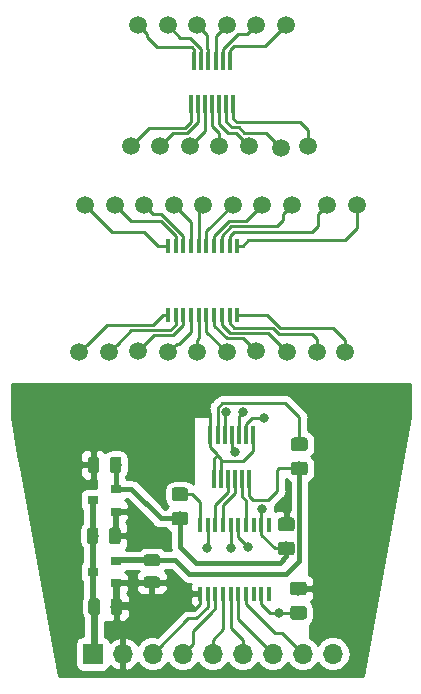
<source format=gtl>
G04 #@! TF.GenerationSoftware,KiCad,Pcbnew,(5.0.0)*
G04 #@! TF.CreationDate,2019-07-31T00:08:18+03:00*
G04 #@! TF.ProjectId,ST7789_V_FCP_Board,5354373738395F565F4643505F426F61,rev?*
G04 #@! TF.SameCoordinates,Original*
G04 #@! TF.FileFunction,Copper,L1,Top,Signal*
G04 #@! TF.FilePolarity,Positive*
%FSLAX46Y46*%
G04 Gerber Fmt 4.6, Leading zero omitted, Abs format (unit mm)*
G04 Created by KiCad (PCBNEW (5.0.0)) date 07/31/19 00:08:18*
%MOMM*%
%LPD*%
G01*
G04 APERTURE LIST*
G04 #@! TA.AperFunction,SMDPad,CuDef*
%ADD10R,0.400000X1.200000*%
G04 #@! TD*
G04 #@! TA.AperFunction,SMDPad,CuDef*
%ADD11R,0.300000X1.500000*%
G04 #@! TD*
G04 #@! TA.AperFunction,BGAPad,CuDef*
%ADD12C,1.500000*%
G04 #@! TD*
G04 #@! TA.AperFunction,Conductor*
%ADD13C,0.100000*%
G04 #@! TD*
G04 #@! TA.AperFunction,SMDPad,CuDef*
%ADD14C,1.150000*%
G04 #@! TD*
G04 #@! TA.AperFunction,SMDPad,CuDef*
%ADD15C,0.975000*%
G04 #@! TD*
G04 #@! TA.AperFunction,ComponentPad*
%ADD16R,1.700000X1.700000*%
G04 #@! TD*
G04 #@! TA.AperFunction,ComponentPad*
%ADD17O,1.700000X1.700000*%
G04 #@! TD*
G04 #@! TA.AperFunction,SMDPad,CuDef*
%ADD18R,0.900000X0.800000*%
G04 #@! TD*
G04 #@! TA.AperFunction,ViaPad*
%ADD19C,0.800000*%
G04 #@! TD*
G04 #@! TA.AperFunction,Conductor*
%ADD20C,0.250000*%
G04 #@! TD*
G04 #@! TA.AperFunction,Conductor*
%ADD21C,0.500000*%
G04 #@! TD*
G04 #@! TA.AperFunction,Conductor*
%ADD22C,0.400000*%
G04 #@! TD*
G04 #@! TA.AperFunction,Conductor*
%ADD23C,0.600000*%
G04 #@! TD*
G04 #@! TA.AperFunction,Conductor*
%ADD24C,0.254000*%
G04 #@! TD*
G04 APERTURE END LIST*
D10*
G04 #@! TO.P,IC2,1*
G04 #@! TO.N,Net-(IC2-Pad1)*
X124231500Y-65477500D03*
G04 #@! TO.P,IC2,2*
G04 #@! TO.N,Net-(IC2-Pad2)*
X123581500Y-65477500D03*
G04 #@! TO.P,IC2,3*
G04 #@! TO.N,Net-(IC2-Pad3)*
X122931500Y-65477500D03*
G04 #@! TO.P,IC2,4*
G04 #@! TO.N,Net-(IC2-Pad4)*
X122281500Y-65477500D03*
G04 #@! TO.P,IC2,5*
G04 #@! TO.N,Net-(IC2-Pad5)*
X121631500Y-65477500D03*
G04 #@! TO.P,IC2,6*
G04 #@! TO.N,Net-(IC2-Pad6)*
X120981500Y-65477500D03*
G04 #@! TO.P,IC2,7*
G04 #@! TO.N,Net-(IC2-Pad7)*
X120331500Y-65477500D03*
G04 #@! TO.P,IC2,8*
G04 #@! TO.N,Net-(IC2-Pad8)*
X119681500Y-65477500D03*
G04 #@! TO.P,IC2,9*
G04 #@! TO.N,Net-(IC2-Pad9)*
X119031500Y-65477500D03*
G04 #@! TO.P,IC2,10*
G04 #@! TO.N,Net-(IC2-Pad10)*
X118381500Y-65477500D03*
G04 #@! TO.P,IC2,11*
G04 #@! TO.N,Net-(IC2-Pad11)*
X118381500Y-71277500D03*
G04 #@! TO.P,IC2,12*
G04 #@! TO.N,Net-(IC2-Pad12)*
X119031500Y-71277500D03*
G04 #@! TO.P,IC2,13*
G04 #@! TO.N,Net-(IC2-Pad13)*
X119681500Y-71277500D03*
G04 #@! TO.P,IC2,14*
G04 #@! TO.N,Net-(IC2-Pad14)*
X120331500Y-71277500D03*
G04 #@! TO.P,IC2,15*
G04 #@! TO.N,Net-(IC2-Pad15)*
X120981500Y-71277500D03*
G04 #@! TO.P,IC2,16*
G04 #@! TO.N,Net-(IC2-Pad16)*
X121631500Y-71277500D03*
G04 #@! TO.P,IC2,17*
G04 #@! TO.N,Net-(IC2-Pad17)*
X122281500Y-71277500D03*
G04 #@! TO.P,IC2,18*
G04 #@! TO.N,Net-(IC2-Pad18)*
X122931500Y-71277500D03*
G04 #@! TO.P,IC2,19*
G04 #@! TO.N,Net-(IC2-Pad19)*
X123581500Y-71277500D03*
G04 #@! TO.P,IC2,20*
G04 #@! TO.N,Net-(IC2-Pad20)*
X124231500Y-71277500D03*
G04 #@! TD*
D11*
G04 #@! TO.P,U4,13*
G04 #@! TO.N,Net-(TP11-Pad1)*
X120295154Y-53485548D03*
G04 #@! TO.P,U4,11*
G04 #@! TO.N,Net-(TP12-Pad1)*
X120895154Y-53485548D03*
G04 #@! TO.P,U4,9*
G04 #@! TO.N,Net-(TP13-Pad1)*
X121495154Y-53485548D03*
G04 #@! TO.P,U4,7*
G04 #@! TO.N,Net-(TP14-Pad1)*
X122095154Y-53485548D03*
G04 #@! TO.P,U4,5*
G04 #@! TO.N,Net-(TP15-Pad1)*
X122695154Y-53485548D03*
G04 #@! TO.P,U4,3*
G04 #@! TO.N,Net-(TP16-Pad1)*
X123295154Y-53485548D03*
G04 #@! TO.P,U4,1*
G04 #@! TO.N,Net-(TP17-Pad1)*
X123895154Y-53485548D03*
G04 #@! TO.P,U4,12*
G04 #@! TO.N,Net-(TP18-Pad1)*
X120595154Y-49835548D03*
G04 #@! TO.P,U4,10*
G04 #@! TO.N,Net-(TP19-Pad1)*
X121195154Y-49835548D03*
G04 #@! TO.P,U4,8*
G04 #@! TO.N,Net-(TP20-Pad1)*
X121795154Y-49835548D03*
G04 #@! TO.P,U4,6*
G04 #@! TO.N,Net-(TP21-Pad1)*
X122395154Y-49835548D03*
G04 #@! TO.P,U4,4*
G04 #@! TO.N,Net-(TP22-Pad1)*
X122995154Y-49835548D03*
G04 #@! TO.P,U4,2*
G04 #@! TO.N,Net-(TP23-Pad1)*
X123595154Y-49835548D03*
G04 #@! TD*
D12*
G04 #@! TO.P,TP4,1*
G04 #@! TO.N,Net-(IC2-Pad16)*
X123356000Y-74485000D03*
G04 #@! TD*
G04 #@! TO.P,TP31,1*
G04 #@! TO.N,Net-(IC2-Pad9)*
X113856000Y-61985000D03*
G04 #@! TD*
G04 #@! TO.P,TP29,1*
G04 #@! TO.N,Net-(IC2-Pad7)*
X118856000Y-61985000D03*
G04 #@! TD*
G04 #@! TO.P,TP32,1*
G04 #@! TO.N,Net-(IC2-Pad10)*
X111356000Y-61985000D03*
G04 #@! TD*
G04 #@! TO.P,TP33,1*
G04 #@! TO.N,Net-(IC2-Pad11)*
X110856000Y-74485000D03*
G04 #@! TD*
G04 #@! TO.P,TP1,1*
G04 #@! TO.N,Net-(IC2-Pad20)*
X133356000Y-74485000D03*
G04 #@! TD*
G04 #@! TO.P,TP2,1*
G04 #@! TO.N,Net-(IC2-Pad18)*
X128468999Y-74485000D03*
G04 #@! TD*
G04 #@! TO.P,TP10,1*
G04 #@! TO.N,Net-(IC2-Pad2)*
X131856000Y-61985000D03*
G04 #@! TD*
G04 #@! TO.P,TP5,1*
G04 #@! TO.N,Net-(IC2-Pad15)*
X120856000Y-74485000D03*
G04 #@! TD*
G04 #@! TO.P,TP6,1*
G04 #@! TO.N,Net-(IC2-Pad14)*
X118356000Y-74485000D03*
G04 #@! TD*
G04 #@! TO.P,TP7,1*
G04 #@! TO.N,Net-(IC2-Pad13)*
X115856000Y-74381500D03*
G04 #@! TD*
G04 #@! TO.P,TP8,1*
G04 #@! TO.N,Net-(IC2-Pad12)*
X113356000Y-74485000D03*
G04 #@! TD*
G04 #@! TO.P,TP28,1*
G04 #@! TO.N,Net-(IC2-Pad6)*
X121356000Y-61985000D03*
G04 #@! TD*
G04 #@! TO.P,TP27,1*
G04 #@! TO.N,Net-(IC2-Pad5)*
X123856000Y-61985000D03*
G04 #@! TD*
G04 #@! TO.P,TP3,1*
G04 #@! TO.N,Net-(IC2-Pad17)*
X125856000Y-74381500D03*
G04 #@! TD*
G04 #@! TO.P,TP30,1*
G04 #@! TO.N,Net-(IC2-Pad8)*
X116356000Y-61985000D03*
G04 #@! TD*
G04 #@! TO.P,TP17,1*
G04 #@! TO.N,Net-(TP17-Pad1)*
X130219154Y-56989548D03*
G04 #@! TD*
G04 #@! TO.P,TP25,1*
G04 #@! TO.N,Net-(IC2-Pad3)*
X128856000Y-61985000D03*
G04 #@! TD*
G04 #@! TO.P,TP23,1*
G04 #@! TO.N,Net-(TP23-Pad1)*
X128338154Y-46775548D03*
G04 #@! TD*
G04 #@! TO.P,TP22,1*
G04 #@! TO.N,Net-(TP22-Pad1)*
X125838154Y-46775548D03*
G04 #@! TD*
G04 #@! TO.P,TP21,1*
G04 #@! TO.N,Net-(TP21-Pad1)*
X123338154Y-46775548D03*
G04 #@! TD*
G04 #@! TO.P,TP20,1*
G04 #@! TO.N,Net-(TP20-Pad1)*
X120838154Y-46775548D03*
G04 #@! TD*
G04 #@! TO.P,TP9,1*
G04 #@! TO.N,Net-(IC2-Pad19)*
X131018999Y-74485000D03*
G04 #@! TD*
G04 #@! TO.P,TP26,1*
G04 #@! TO.N,Net-(IC2-Pad4)*
X126356000Y-61985000D03*
G04 #@! TD*
G04 #@! TO.P,TP16,1*
G04 #@! TO.N,Net-(TP16-Pad1)*
X127978153Y-57169047D03*
G04 #@! TD*
G04 #@! TO.P,TP15,1*
G04 #@! TO.N,Net-(TP15-Pad1)*
X125219154Y-56989548D03*
G04 #@! TD*
G04 #@! TO.P,TP14,1*
G04 #@! TO.N,Net-(TP14-Pad1)*
X122719154Y-56989548D03*
G04 #@! TD*
G04 #@! TO.P,TP13,1*
G04 #@! TO.N,Net-(TP13-Pad1)*
X120219154Y-56989548D03*
G04 #@! TD*
G04 #@! TO.P,TP12,1*
G04 #@! TO.N,Net-(TP12-Pad1)*
X117719154Y-56989548D03*
G04 #@! TD*
G04 #@! TO.P,TP11,1*
G04 #@! TO.N,Net-(TP11-Pad1)*
X115219154Y-56989548D03*
G04 #@! TD*
G04 #@! TO.P,TP19,1*
G04 #@! TO.N,Net-(TP19-Pad1)*
X118338154Y-46775548D03*
G04 #@! TD*
G04 #@! TO.P,TP24,1*
G04 #@! TO.N,Net-(IC2-Pad1)*
X134356000Y-61985000D03*
G04 #@! TD*
G04 #@! TO.P,TP18,1*
G04 #@! TO.N,Net-(TP18-Pad1)*
X115838154Y-46775548D03*
G04 #@! TD*
D11*
G04 #@! TO.P,U1,2*
G04 #@! TO.N,GND*
X122271000Y-85158000D03*
G04 #@! TO.P,U1,4*
X122871000Y-85158000D03*
G04 #@! TO.P,U1,6*
G04 #@! TO.N,/SDA_1.8*
X123471000Y-85158000D03*
G04 #@! TO.P,U1,8*
G04 #@! TO.N,/SCLK_1.8*
X124071000Y-85158000D03*
G04 #@! TO.P,U1,10*
G04 #@! TO.N,/RESET_1.8*
X124671000Y-85158000D03*
G04 #@! TO.P,U1,12*
G04 #@! TO.N,/2.8V*
X125271000Y-85158000D03*
G04 #@! TO.P,U1,1*
G04 #@! TO.N,GND*
X121971000Y-81508000D03*
G04 #@! TO.P,U1,3*
G04 #@! TO.N,/LEDA*
X122571000Y-81508000D03*
G04 #@! TO.P,U1,5*
G04 #@! TO.N,/FMARK_1.8*
X123171000Y-81508000D03*
G04 #@! TO.P,U1,7*
G04 #@! TO.N,/RS_1.8*
X123771000Y-81508000D03*
G04 #@! TO.P,U1,9*
G04 #@! TO.N,/CS_1.8*
X124371000Y-81508000D03*
G04 #@! TO.P,U1,11*
G04 #@! TO.N,/1.8V*
X124971000Y-81508000D03*
G04 #@! TO.P,U1,13*
G04 #@! TO.N,GND*
X125571000Y-81508000D03*
G04 #@! TD*
D13*
G04 #@! TO.N,GND*
G04 #@! TO.C,C6*
G36*
X129887505Y-93896204D02*
X129911773Y-93899804D01*
X129935572Y-93905765D01*
X129958671Y-93914030D01*
X129980850Y-93924520D01*
X130001893Y-93937132D01*
X130021599Y-93951747D01*
X130039777Y-93968223D01*
X130056253Y-93986401D01*
X130070868Y-94006107D01*
X130083480Y-94027150D01*
X130093970Y-94049329D01*
X130102235Y-94072428D01*
X130108196Y-94096227D01*
X130111796Y-94120495D01*
X130113000Y-94144999D01*
X130113000Y-94795001D01*
X130111796Y-94819505D01*
X130108196Y-94843773D01*
X130102235Y-94867572D01*
X130093970Y-94890671D01*
X130083480Y-94912850D01*
X130070868Y-94933893D01*
X130056253Y-94953599D01*
X130039777Y-94971777D01*
X130021599Y-94988253D01*
X130001893Y-95002868D01*
X129980850Y-95015480D01*
X129958671Y-95025970D01*
X129935572Y-95034235D01*
X129911773Y-95040196D01*
X129887505Y-95043796D01*
X129863001Y-95045000D01*
X128962999Y-95045000D01*
X128938495Y-95043796D01*
X128914227Y-95040196D01*
X128890428Y-95034235D01*
X128867329Y-95025970D01*
X128845150Y-95015480D01*
X128824107Y-95002868D01*
X128804401Y-94988253D01*
X128786223Y-94971777D01*
X128769747Y-94953599D01*
X128755132Y-94933893D01*
X128742520Y-94912850D01*
X128732030Y-94890671D01*
X128723765Y-94867572D01*
X128717804Y-94843773D01*
X128714204Y-94819505D01*
X128713000Y-94795001D01*
X128713000Y-94144999D01*
X128714204Y-94120495D01*
X128717804Y-94096227D01*
X128723765Y-94072428D01*
X128732030Y-94049329D01*
X128742520Y-94027150D01*
X128755132Y-94006107D01*
X128769747Y-93986401D01*
X128786223Y-93968223D01*
X128804401Y-93951747D01*
X128824107Y-93937132D01*
X128845150Y-93924520D01*
X128867329Y-93914030D01*
X128890428Y-93905765D01*
X128914227Y-93899804D01*
X128938495Y-93896204D01*
X128962999Y-93895000D01*
X129863001Y-93895000D01*
X129887505Y-93896204D01*
X129887505Y-93896204D01*
G37*
D14*
G04 #@! TD*
G04 #@! TO.P,C6,2*
G04 #@! TO.N,GND*
X129413000Y-94470000D03*
D13*
G04 #@! TO.N,VCC*
G04 #@! TO.C,C6*
G36*
X129887505Y-95946204D02*
X129911773Y-95949804D01*
X129935572Y-95955765D01*
X129958671Y-95964030D01*
X129980850Y-95974520D01*
X130001893Y-95987132D01*
X130021599Y-96001747D01*
X130039777Y-96018223D01*
X130056253Y-96036401D01*
X130070868Y-96056107D01*
X130083480Y-96077150D01*
X130093970Y-96099329D01*
X130102235Y-96122428D01*
X130108196Y-96146227D01*
X130111796Y-96170495D01*
X130113000Y-96194999D01*
X130113000Y-96845001D01*
X130111796Y-96869505D01*
X130108196Y-96893773D01*
X130102235Y-96917572D01*
X130093970Y-96940671D01*
X130083480Y-96962850D01*
X130070868Y-96983893D01*
X130056253Y-97003599D01*
X130039777Y-97021777D01*
X130021599Y-97038253D01*
X130001893Y-97052868D01*
X129980850Y-97065480D01*
X129958671Y-97075970D01*
X129935572Y-97084235D01*
X129911773Y-97090196D01*
X129887505Y-97093796D01*
X129863001Y-97095000D01*
X128962999Y-97095000D01*
X128938495Y-97093796D01*
X128914227Y-97090196D01*
X128890428Y-97084235D01*
X128867329Y-97075970D01*
X128845150Y-97065480D01*
X128824107Y-97052868D01*
X128804401Y-97038253D01*
X128786223Y-97021777D01*
X128769747Y-97003599D01*
X128755132Y-96983893D01*
X128742520Y-96962850D01*
X128732030Y-96940671D01*
X128723765Y-96917572D01*
X128717804Y-96893773D01*
X128714204Y-96869505D01*
X128713000Y-96845001D01*
X128713000Y-96194999D01*
X128714204Y-96170495D01*
X128717804Y-96146227D01*
X128723765Y-96122428D01*
X128732030Y-96099329D01*
X128742520Y-96077150D01*
X128755132Y-96056107D01*
X128769747Y-96036401D01*
X128786223Y-96018223D01*
X128804401Y-96001747D01*
X128824107Y-95987132D01*
X128845150Y-95974520D01*
X128867329Y-95964030D01*
X128890428Y-95955765D01*
X128914227Y-95949804D01*
X128938495Y-95946204D01*
X128962999Y-95945000D01*
X129863001Y-95945000D01*
X129887505Y-95946204D01*
X129887505Y-95946204D01*
G37*
D14*
G04 #@! TD*
G04 #@! TO.P,C6,1*
G04 #@! TO.N,VCC*
X129413000Y-96520000D03*
D13*
G04 #@! TO.N,GND*
G04 #@! TO.C,C5*
G36*
X128871505Y-88453204D02*
X128895773Y-88456804D01*
X128919572Y-88462765D01*
X128942671Y-88471030D01*
X128964850Y-88481520D01*
X128985893Y-88494132D01*
X129005599Y-88508747D01*
X129023777Y-88525223D01*
X129040253Y-88543401D01*
X129054868Y-88563107D01*
X129067480Y-88584150D01*
X129077970Y-88606329D01*
X129086235Y-88629428D01*
X129092196Y-88653227D01*
X129095796Y-88677495D01*
X129097000Y-88701999D01*
X129097000Y-89352001D01*
X129095796Y-89376505D01*
X129092196Y-89400773D01*
X129086235Y-89424572D01*
X129077970Y-89447671D01*
X129067480Y-89469850D01*
X129054868Y-89490893D01*
X129040253Y-89510599D01*
X129023777Y-89528777D01*
X129005599Y-89545253D01*
X128985893Y-89559868D01*
X128964850Y-89572480D01*
X128942671Y-89582970D01*
X128919572Y-89591235D01*
X128895773Y-89597196D01*
X128871505Y-89600796D01*
X128847001Y-89602000D01*
X127946999Y-89602000D01*
X127922495Y-89600796D01*
X127898227Y-89597196D01*
X127874428Y-89591235D01*
X127851329Y-89582970D01*
X127829150Y-89572480D01*
X127808107Y-89559868D01*
X127788401Y-89545253D01*
X127770223Y-89528777D01*
X127753747Y-89510599D01*
X127739132Y-89490893D01*
X127726520Y-89469850D01*
X127716030Y-89447671D01*
X127707765Y-89424572D01*
X127701804Y-89400773D01*
X127698204Y-89376505D01*
X127697000Y-89352001D01*
X127697000Y-88701999D01*
X127698204Y-88677495D01*
X127701804Y-88653227D01*
X127707765Y-88629428D01*
X127716030Y-88606329D01*
X127726520Y-88584150D01*
X127739132Y-88563107D01*
X127753747Y-88543401D01*
X127770223Y-88525223D01*
X127788401Y-88508747D01*
X127808107Y-88494132D01*
X127829150Y-88481520D01*
X127851329Y-88471030D01*
X127874428Y-88462765D01*
X127898227Y-88456804D01*
X127922495Y-88453204D01*
X127946999Y-88452000D01*
X128847001Y-88452000D01*
X128871505Y-88453204D01*
X128871505Y-88453204D01*
G37*
D14*
G04 #@! TD*
G04 #@! TO.P,C5,1*
G04 #@! TO.N,GND*
X128397000Y-89027000D03*
D13*
G04 #@! TO.N,/1.8V*
G04 #@! TO.C,C5*
G36*
X128871505Y-90503204D02*
X128895773Y-90506804D01*
X128919572Y-90512765D01*
X128942671Y-90521030D01*
X128964850Y-90531520D01*
X128985893Y-90544132D01*
X129005599Y-90558747D01*
X129023777Y-90575223D01*
X129040253Y-90593401D01*
X129054868Y-90613107D01*
X129067480Y-90634150D01*
X129077970Y-90656329D01*
X129086235Y-90679428D01*
X129092196Y-90703227D01*
X129095796Y-90727495D01*
X129097000Y-90751999D01*
X129097000Y-91402001D01*
X129095796Y-91426505D01*
X129092196Y-91450773D01*
X129086235Y-91474572D01*
X129077970Y-91497671D01*
X129067480Y-91519850D01*
X129054868Y-91540893D01*
X129040253Y-91560599D01*
X129023777Y-91578777D01*
X129005599Y-91595253D01*
X128985893Y-91609868D01*
X128964850Y-91622480D01*
X128942671Y-91632970D01*
X128919572Y-91641235D01*
X128895773Y-91647196D01*
X128871505Y-91650796D01*
X128847001Y-91652000D01*
X127946999Y-91652000D01*
X127922495Y-91650796D01*
X127898227Y-91647196D01*
X127874428Y-91641235D01*
X127851329Y-91632970D01*
X127829150Y-91622480D01*
X127808107Y-91609868D01*
X127788401Y-91595253D01*
X127770223Y-91578777D01*
X127753747Y-91560599D01*
X127739132Y-91540893D01*
X127726520Y-91519850D01*
X127716030Y-91497671D01*
X127707765Y-91474572D01*
X127701804Y-91450773D01*
X127698204Y-91426505D01*
X127697000Y-91402001D01*
X127697000Y-90751999D01*
X127698204Y-90727495D01*
X127701804Y-90703227D01*
X127707765Y-90679428D01*
X127716030Y-90656329D01*
X127726520Y-90634150D01*
X127739132Y-90613107D01*
X127753747Y-90593401D01*
X127770223Y-90575223D01*
X127788401Y-90558747D01*
X127808107Y-90544132D01*
X127829150Y-90531520D01*
X127851329Y-90521030D01*
X127874428Y-90512765D01*
X127898227Y-90506804D01*
X127922495Y-90503204D01*
X127946999Y-90502000D01*
X128847001Y-90502000D01*
X128871505Y-90503204D01*
X128871505Y-90503204D01*
G37*
D14*
G04 #@! TD*
G04 #@! TO.P,C5,2*
G04 #@! TO.N,/1.8V*
X128397000Y-91077000D03*
D13*
G04 #@! TO.N,Net-(IC1-Pad10)*
G04 #@! TO.C,R2*
G36*
X119854505Y-85913204D02*
X119878773Y-85916804D01*
X119902572Y-85922765D01*
X119925671Y-85931030D01*
X119947850Y-85941520D01*
X119968893Y-85954132D01*
X119988599Y-85968747D01*
X120006777Y-85985223D01*
X120023253Y-86003401D01*
X120037868Y-86023107D01*
X120050480Y-86044150D01*
X120060970Y-86066329D01*
X120069235Y-86089428D01*
X120075196Y-86113227D01*
X120078796Y-86137495D01*
X120080000Y-86161999D01*
X120080000Y-86812001D01*
X120078796Y-86836505D01*
X120075196Y-86860773D01*
X120069235Y-86884572D01*
X120060970Y-86907671D01*
X120050480Y-86929850D01*
X120037868Y-86950893D01*
X120023253Y-86970599D01*
X120006777Y-86988777D01*
X119988599Y-87005253D01*
X119968893Y-87019868D01*
X119947850Y-87032480D01*
X119925671Y-87042970D01*
X119902572Y-87051235D01*
X119878773Y-87057196D01*
X119854505Y-87060796D01*
X119830001Y-87062000D01*
X118929999Y-87062000D01*
X118905495Y-87060796D01*
X118881227Y-87057196D01*
X118857428Y-87051235D01*
X118834329Y-87042970D01*
X118812150Y-87032480D01*
X118791107Y-87019868D01*
X118771401Y-87005253D01*
X118753223Y-86988777D01*
X118736747Y-86970599D01*
X118722132Y-86950893D01*
X118709520Y-86929850D01*
X118699030Y-86907671D01*
X118690765Y-86884572D01*
X118684804Y-86860773D01*
X118681204Y-86836505D01*
X118680000Y-86812001D01*
X118680000Y-86161999D01*
X118681204Y-86137495D01*
X118684804Y-86113227D01*
X118690765Y-86089428D01*
X118699030Y-86066329D01*
X118709520Y-86044150D01*
X118722132Y-86023107D01*
X118736747Y-86003401D01*
X118753223Y-85985223D01*
X118771401Y-85968747D01*
X118791107Y-85954132D01*
X118812150Y-85941520D01*
X118834329Y-85931030D01*
X118857428Y-85922765D01*
X118881227Y-85916804D01*
X118905495Y-85913204D01*
X118929999Y-85912000D01*
X119830001Y-85912000D01*
X119854505Y-85913204D01*
X119854505Y-85913204D01*
G37*
D14*
G04 #@! TD*
G04 #@! TO.P,R2,1*
G04 #@! TO.N,Net-(IC1-Pad10)*
X119380000Y-86487000D03*
D13*
G04 #@! TO.N,/1.8V*
G04 #@! TO.C,R2*
G36*
X119854505Y-87963204D02*
X119878773Y-87966804D01*
X119902572Y-87972765D01*
X119925671Y-87981030D01*
X119947850Y-87991520D01*
X119968893Y-88004132D01*
X119988599Y-88018747D01*
X120006777Y-88035223D01*
X120023253Y-88053401D01*
X120037868Y-88073107D01*
X120050480Y-88094150D01*
X120060970Y-88116329D01*
X120069235Y-88139428D01*
X120075196Y-88163227D01*
X120078796Y-88187495D01*
X120080000Y-88211999D01*
X120080000Y-88862001D01*
X120078796Y-88886505D01*
X120075196Y-88910773D01*
X120069235Y-88934572D01*
X120060970Y-88957671D01*
X120050480Y-88979850D01*
X120037868Y-89000893D01*
X120023253Y-89020599D01*
X120006777Y-89038777D01*
X119988599Y-89055253D01*
X119968893Y-89069868D01*
X119947850Y-89082480D01*
X119925671Y-89092970D01*
X119902572Y-89101235D01*
X119878773Y-89107196D01*
X119854505Y-89110796D01*
X119830001Y-89112000D01*
X118929999Y-89112000D01*
X118905495Y-89110796D01*
X118881227Y-89107196D01*
X118857428Y-89101235D01*
X118834329Y-89092970D01*
X118812150Y-89082480D01*
X118791107Y-89069868D01*
X118771401Y-89055253D01*
X118753223Y-89038777D01*
X118736747Y-89020599D01*
X118722132Y-89000893D01*
X118709520Y-88979850D01*
X118699030Y-88957671D01*
X118690765Y-88934572D01*
X118684804Y-88910773D01*
X118681204Y-88886505D01*
X118680000Y-88862001D01*
X118680000Y-88211999D01*
X118681204Y-88187495D01*
X118684804Y-88163227D01*
X118690765Y-88139428D01*
X118699030Y-88116329D01*
X118709520Y-88094150D01*
X118722132Y-88073107D01*
X118736747Y-88053401D01*
X118753223Y-88035223D01*
X118771401Y-88018747D01*
X118791107Y-88004132D01*
X118812150Y-87991520D01*
X118834329Y-87981030D01*
X118857428Y-87972765D01*
X118881227Y-87966804D01*
X118905495Y-87963204D01*
X118929999Y-87962000D01*
X119830001Y-87962000D01*
X119854505Y-87963204D01*
X119854505Y-87963204D01*
G37*
D14*
G04 #@! TD*
G04 #@! TO.P,R2,2*
G04 #@! TO.N,/1.8V*
X119380000Y-88537000D03*
D10*
G04 #@! TO.P,IC1,1*
G04 #@! TO.N,Net-(IC1-Pad1)*
X126925000Y-89100000D03*
G04 #@! TO.P,IC1,2*
G04 #@! TO.N,/1.8V*
X126275000Y-89100000D03*
G04 #@! TO.P,IC1,3*
G04 #@! TO.N,Net-(IC1-Pad3)*
X125625000Y-89100000D03*
G04 #@! TO.P,IC1,4*
G04 #@! TO.N,/RESET_1.8*
X124975000Y-89100000D03*
G04 #@! TO.P,IC1,5*
G04 #@! TO.N,/CS_1.8*
X124325000Y-89100000D03*
G04 #@! TO.P,IC1,6*
G04 #@! TO.N,/FMARK_1.8*
X123675000Y-89100000D03*
G04 #@! TO.P,IC1,7*
G04 #@! TO.N,/SCLK_1.8*
X123025000Y-89100000D03*
G04 #@! TO.P,IC1,8*
G04 #@! TO.N,/SDA_1.8*
X122375000Y-89100000D03*
G04 #@! TO.P,IC1,9*
G04 #@! TO.N,/RS_1.8*
X121725000Y-89100000D03*
G04 #@! TO.P,IC1,10*
G04 #@! TO.N,Net-(IC1-Pad10)*
X121075000Y-89100000D03*
G04 #@! TO.P,IC1,11*
G04 #@! TO.N,GND*
X121075000Y-94900000D03*
G04 #@! TO.P,IC1,12*
G04 #@! TO.N,/RS*
X121725000Y-94900000D03*
G04 #@! TO.P,IC1,13*
G04 #@! TO.N,/SDA*
X122375000Y-94900000D03*
G04 #@! TO.P,IC1,14*
G04 #@! TO.N,/SCLK*
X123025000Y-94900000D03*
G04 #@! TO.P,IC1,15*
G04 #@! TO.N,/FMARK*
X123675000Y-94900000D03*
G04 #@! TO.P,IC1,16*
G04 #@! TO.N,/CS*
X124325000Y-94900000D03*
G04 #@! TO.P,IC1,17*
G04 #@! TO.N,/RESET*
X124975000Y-94900000D03*
G04 #@! TO.P,IC1,18*
G04 #@! TO.N,Net-(IC1-Pad18)*
X125625000Y-94900000D03*
G04 #@! TO.P,IC1,19*
G04 #@! TO.N,VCC*
X126275000Y-94900000D03*
G04 #@! TO.P,IC1,20*
G04 #@! TO.N,Net-(IC1-Pad20)*
X126925000Y-94900000D03*
G04 #@! TD*
D13*
G04 #@! TO.N,/LEDA*
G04 #@! TO.C,R1*
G36*
X129974505Y-81676204D02*
X129998773Y-81679804D01*
X130022572Y-81685765D01*
X130045671Y-81694030D01*
X130067850Y-81704520D01*
X130088893Y-81717132D01*
X130108599Y-81731747D01*
X130126777Y-81748223D01*
X130143253Y-81766401D01*
X130157868Y-81786107D01*
X130170480Y-81807150D01*
X130180970Y-81829329D01*
X130189235Y-81852428D01*
X130195196Y-81876227D01*
X130198796Y-81900495D01*
X130200000Y-81924999D01*
X130200000Y-82575001D01*
X130198796Y-82599505D01*
X130195196Y-82623773D01*
X130189235Y-82647572D01*
X130180970Y-82670671D01*
X130170480Y-82692850D01*
X130157868Y-82713893D01*
X130143253Y-82733599D01*
X130126777Y-82751777D01*
X130108599Y-82768253D01*
X130088893Y-82782868D01*
X130067850Y-82795480D01*
X130045671Y-82805970D01*
X130022572Y-82814235D01*
X129998773Y-82820196D01*
X129974505Y-82823796D01*
X129950001Y-82825000D01*
X129049999Y-82825000D01*
X129025495Y-82823796D01*
X129001227Y-82820196D01*
X128977428Y-82814235D01*
X128954329Y-82805970D01*
X128932150Y-82795480D01*
X128911107Y-82782868D01*
X128891401Y-82768253D01*
X128873223Y-82751777D01*
X128856747Y-82733599D01*
X128842132Y-82713893D01*
X128829520Y-82692850D01*
X128819030Y-82670671D01*
X128810765Y-82647572D01*
X128804804Y-82623773D01*
X128801204Y-82599505D01*
X128800000Y-82575001D01*
X128800000Y-81924999D01*
X128801204Y-81900495D01*
X128804804Y-81876227D01*
X128810765Y-81852428D01*
X128819030Y-81829329D01*
X128829520Y-81807150D01*
X128842132Y-81786107D01*
X128856747Y-81766401D01*
X128873223Y-81748223D01*
X128891401Y-81731747D01*
X128911107Y-81717132D01*
X128932150Y-81704520D01*
X128954329Y-81694030D01*
X128977428Y-81685765D01*
X129001227Y-81679804D01*
X129025495Y-81676204D01*
X129049999Y-81675000D01*
X129950001Y-81675000D01*
X129974505Y-81676204D01*
X129974505Y-81676204D01*
G37*
D14*
G04 #@! TD*
G04 #@! TO.P,R1,1*
G04 #@! TO.N,/LEDA*
X129500000Y-82250000D03*
D13*
G04 #@! TO.N,/2.8V*
G04 #@! TO.C,R1*
G36*
X129974505Y-83726204D02*
X129998773Y-83729804D01*
X130022572Y-83735765D01*
X130045671Y-83744030D01*
X130067850Y-83754520D01*
X130088893Y-83767132D01*
X130108599Y-83781747D01*
X130126777Y-83798223D01*
X130143253Y-83816401D01*
X130157868Y-83836107D01*
X130170480Y-83857150D01*
X130180970Y-83879329D01*
X130189235Y-83902428D01*
X130195196Y-83926227D01*
X130198796Y-83950495D01*
X130200000Y-83974999D01*
X130200000Y-84625001D01*
X130198796Y-84649505D01*
X130195196Y-84673773D01*
X130189235Y-84697572D01*
X130180970Y-84720671D01*
X130170480Y-84742850D01*
X130157868Y-84763893D01*
X130143253Y-84783599D01*
X130126777Y-84801777D01*
X130108599Y-84818253D01*
X130088893Y-84832868D01*
X130067850Y-84845480D01*
X130045671Y-84855970D01*
X130022572Y-84864235D01*
X129998773Y-84870196D01*
X129974505Y-84873796D01*
X129950001Y-84875000D01*
X129049999Y-84875000D01*
X129025495Y-84873796D01*
X129001227Y-84870196D01*
X128977428Y-84864235D01*
X128954329Y-84855970D01*
X128932150Y-84845480D01*
X128911107Y-84832868D01*
X128891401Y-84818253D01*
X128873223Y-84801777D01*
X128856747Y-84783599D01*
X128842132Y-84763893D01*
X128829520Y-84742850D01*
X128819030Y-84720671D01*
X128810765Y-84697572D01*
X128804804Y-84673773D01*
X128801204Y-84649505D01*
X128800000Y-84625001D01*
X128800000Y-83974999D01*
X128801204Y-83950495D01*
X128804804Y-83926227D01*
X128810765Y-83902428D01*
X128819030Y-83879329D01*
X128829520Y-83857150D01*
X128842132Y-83836107D01*
X128856747Y-83816401D01*
X128873223Y-83798223D01*
X128891401Y-83781747D01*
X128911107Y-83767132D01*
X128932150Y-83754520D01*
X128954329Y-83744030D01*
X128977428Y-83735765D01*
X129001227Y-83729804D01*
X129025495Y-83726204D01*
X129049999Y-83725000D01*
X129950001Y-83725000D01*
X129974505Y-83726204D01*
X129974505Y-83726204D01*
G37*
D14*
G04 #@! TD*
G04 #@! TO.P,R1,2*
G04 #@! TO.N,/2.8V*
X129500000Y-84300000D03*
D13*
G04 #@! TO.N,GND*
G04 #@! TO.C,C4*
G36*
X112330142Y-83301174D02*
X112353803Y-83304684D01*
X112377007Y-83310496D01*
X112399529Y-83318554D01*
X112421153Y-83328782D01*
X112441670Y-83341079D01*
X112460883Y-83355329D01*
X112478607Y-83371393D01*
X112494671Y-83389117D01*
X112508921Y-83408330D01*
X112521218Y-83428847D01*
X112531446Y-83450471D01*
X112539504Y-83472993D01*
X112545316Y-83496197D01*
X112548826Y-83519858D01*
X112550000Y-83543750D01*
X112550000Y-84456250D01*
X112548826Y-84480142D01*
X112545316Y-84503803D01*
X112539504Y-84527007D01*
X112531446Y-84549529D01*
X112521218Y-84571153D01*
X112508921Y-84591670D01*
X112494671Y-84610883D01*
X112478607Y-84628607D01*
X112460883Y-84644671D01*
X112441670Y-84658921D01*
X112421153Y-84671218D01*
X112399529Y-84681446D01*
X112377007Y-84689504D01*
X112353803Y-84695316D01*
X112330142Y-84698826D01*
X112306250Y-84700000D01*
X111818750Y-84700000D01*
X111794858Y-84698826D01*
X111771197Y-84695316D01*
X111747993Y-84689504D01*
X111725471Y-84681446D01*
X111703847Y-84671218D01*
X111683330Y-84658921D01*
X111664117Y-84644671D01*
X111646393Y-84628607D01*
X111630329Y-84610883D01*
X111616079Y-84591670D01*
X111603782Y-84571153D01*
X111593554Y-84549529D01*
X111585496Y-84527007D01*
X111579684Y-84503803D01*
X111576174Y-84480142D01*
X111575000Y-84456250D01*
X111575000Y-83543750D01*
X111576174Y-83519858D01*
X111579684Y-83496197D01*
X111585496Y-83472993D01*
X111593554Y-83450471D01*
X111603782Y-83428847D01*
X111616079Y-83408330D01*
X111630329Y-83389117D01*
X111646393Y-83371393D01*
X111664117Y-83355329D01*
X111683330Y-83341079D01*
X111703847Y-83328782D01*
X111725471Y-83318554D01*
X111747993Y-83310496D01*
X111771197Y-83304684D01*
X111794858Y-83301174D01*
X111818750Y-83300000D01*
X112306250Y-83300000D01*
X112330142Y-83301174D01*
X112330142Y-83301174D01*
G37*
D15*
G04 #@! TD*
G04 #@! TO.P,C4,2*
G04 #@! TO.N,GND*
X112062500Y-84000000D03*
D13*
G04 #@! TO.N,/1.8V*
G04 #@! TO.C,C4*
G36*
X114205142Y-83301174D02*
X114228803Y-83304684D01*
X114252007Y-83310496D01*
X114274529Y-83318554D01*
X114296153Y-83328782D01*
X114316670Y-83341079D01*
X114335883Y-83355329D01*
X114353607Y-83371393D01*
X114369671Y-83389117D01*
X114383921Y-83408330D01*
X114396218Y-83428847D01*
X114406446Y-83450471D01*
X114414504Y-83472993D01*
X114420316Y-83496197D01*
X114423826Y-83519858D01*
X114425000Y-83543750D01*
X114425000Y-84456250D01*
X114423826Y-84480142D01*
X114420316Y-84503803D01*
X114414504Y-84527007D01*
X114406446Y-84549529D01*
X114396218Y-84571153D01*
X114383921Y-84591670D01*
X114369671Y-84610883D01*
X114353607Y-84628607D01*
X114335883Y-84644671D01*
X114316670Y-84658921D01*
X114296153Y-84671218D01*
X114274529Y-84681446D01*
X114252007Y-84689504D01*
X114228803Y-84695316D01*
X114205142Y-84698826D01*
X114181250Y-84700000D01*
X113693750Y-84700000D01*
X113669858Y-84698826D01*
X113646197Y-84695316D01*
X113622993Y-84689504D01*
X113600471Y-84681446D01*
X113578847Y-84671218D01*
X113558330Y-84658921D01*
X113539117Y-84644671D01*
X113521393Y-84628607D01*
X113505329Y-84610883D01*
X113491079Y-84591670D01*
X113478782Y-84571153D01*
X113468554Y-84549529D01*
X113460496Y-84527007D01*
X113454684Y-84503803D01*
X113451174Y-84480142D01*
X113450000Y-84456250D01*
X113450000Y-83543750D01*
X113451174Y-83519858D01*
X113454684Y-83496197D01*
X113460496Y-83472993D01*
X113468554Y-83450471D01*
X113478782Y-83428847D01*
X113491079Y-83408330D01*
X113505329Y-83389117D01*
X113521393Y-83371393D01*
X113539117Y-83355329D01*
X113558330Y-83341079D01*
X113578847Y-83328782D01*
X113600471Y-83318554D01*
X113622993Y-83310496D01*
X113646197Y-83304684D01*
X113669858Y-83301174D01*
X113693750Y-83300000D01*
X114181250Y-83300000D01*
X114205142Y-83301174D01*
X114205142Y-83301174D01*
G37*
D15*
G04 #@! TD*
G04 #@! TO.P,C4,1*
G04 #@! TO.N,/1.8V*
X113937500Y-84000000D03*
D13*
G04 #@! TO.N,VCC*
G04 #@! TO.C,C3*
G36*
X112262642Y-89301174D02*
X112286303Y-89304684D01*
X112309507Y-89310496D01*
X112332029Y-89318554D01*
X112353653Y-89328782D01*
X112374170Y-89341079D01*
X112393383Y-89355329D01*
X112411107Y-89371393D01*
X112427171Y-89389117D01*
X112441421Y-89408330D01*
X112453718Y-89428847D01*
X112463946Y-89450471D01*
X112472004Y-89472993D01*
X112477816Y-89496197D01*
X112481326Y-89519858D01*
X112482500Y-89543750D01*
X112482500Y-90456250D01*
X112481326Y-90480142D01*
X112477816Y-90503803D01*
X112472004Y-90527007D01*
X112463946Y-90549529D01*
X112453718Y-90571153D01*
X112441421Y-90591670D01*
X112427171Y-90610883D01*
X112411107Y-90628607D01*
X112393383Y-90644671D01*
X112374170Y-90658921D01*
X112353653Y-90671218D01*
X112332029Y-90681446D01*
X112309507Y-90689504D01*
X112286303Y-90695316D01*
X112262642Y-90698826D01*
X112238750Y-90700000D01*
X111751250Y-90700000D01*
X111727358Y-90698826D01*
X111703697Y-90695316D01*
X111680493Y-90689504D01*
X111657971Y-90681446D01*
X111636347Y-90671218D01*
X111615830Y-90658921D01*
X111596617Y-90644671D01*
X111578893Y-90628607D01*
X111562829Y-90610883D01*
X111548579Y-90591670D01*
X111536282Y-90571153D01*
X111526054Y-90549529D01*
X111517996Y-90527007D01*
X111512184Y-90503803D01*
X111508674Y-90480142D01*
X111507500Y-90456250D01*
X111507500Y-89543750D01*
X111508674Y-89519858D01*
X111512184Y-89496197D01*
X111517996Y-89472993D01*
X111526054Y-89450471D01*
X111536282Y-89428847D01*
X111548579Y-89408330D01*
X111562829Y-89389117D01*
X111578893Y-89371393D01*
X111596617Y-89355329D01*
X111615830Y-89341079D01*
X111636347Y-89328782D01*
X111657971Y-89318554D01*
X111680493Y-89310496D01*
X111703697Y-89304684D01*
X111727358Y-89301174D01*
X111751250Y-89300000D01*
X112238750Y-89300000D01*
X112262642Y-89301174D01*
X112262642Y-89301174D01*
G37*
D15*
G04 #@! TD*
G04 #@! TO.P,C3,1*
G04 #@! TO.N,VCC*
X111995000Y-90000000D03*
D13*
G04 #@! TO.N,GND*
G04 #@! TO.C,C3*
G36*
X114137642Y-89301174D02*
X114161303Y-89304684D01*
X114184507Y-89310496D01*
X114207029Y-89318554D01*
X114228653Y-89328782D01*
X114249170Y-89341079D01*
X114268383Y-89355329D01*
X114286107Y-89371393D01*
X114302171Y-89389117D01*
X114316421Y-89408330D01*
X114328718Y-89428847D01*
X114338946Y-89450471D01*
X114347004Y-89472993D01*
X114352816Y-89496197D01*
X114356326Y-89519858D01*
X114357500Y-89543750D01*
X114357500Y-90456250D01*
X114356326Y-90480142D01*
X114352816Y-90503803D01*
X114347004Y-90527007D01*
X114338946Y-90549529D01*
X114328718Y-90571153D01*
X114316421Y-90591670D01*
X114302171Y-90610883D01*
X114286107Y-90628607D01*
X114268383Y-90644671D01*
X114249170Y-90658921D01*
X114228653Y-90671218D01*
X114207029Y-90681446D01*
X114184507Y-90689504D01*
X114161303Y-90695316D01*
X114137642Y-90698826D01*
X114113750Y-90700000D01*
X113626250Y-90700000D01*
X113602358Y-90698826D01*
X113578697Y-90695316D01*
X113555493Y-90689504D01*
X113532971Y-90681446D01*
X113511347Y-90671218D01*
X113490830Y-90658921D01*
X113471617Y-90644671D01*
X113453893Y-90628607D01*
X113437829Y-90610883D01*
X113423579Y-90591670D01*
X113411282Y-90571153D01*
X113401054Y-90549529D01*
X113392996Y-90527007D01*
X113387184Y-90503803D01*
X113383674Y-90480142D01*
X113382500Y-90456250D01*
X113382500Y-89543750D01*
X113383674Y-89519858D01*
X113387184Y-89496197D01*
X113392996Y-89472993D01*
X113401054Y-89450471D01*
X113411282Y-89428847D01*
X113423579Y-89408330D01*
X113437829Y-89389117D01*
X113453893Y-89371393D01*
X113471617Y-89355329D01*
X113490830Y-89341079D01*
X113511347Y-89328782D01*
X113532971Y-89318554D01*
X113555493Y-89310496D01*
X113578697Y-89304684D01*
X113602358Y-89301174D01*
X113626250Y-89300000D01*
X114113750Y-89300000D01*
X114137642Y-89301174D01*
X114137642Y-89301174D01*
G37*
D15*
G04 #@! TD*
G04 #@! TO.P,C3,2*
G04 #@! TO.N,GND*
X113870000Y-90000000D03*
D13*
G04 #@! TO.N,GND*
G04 #@! TO.C,C2*
G36*
X117480142Y-93451174D02*
X117503803Y-93454684D01*
X117527007Y-93460496D01*
X117549529Y-93468554D01*
X117571153Y-93478782D01*
X117591670Y-93491079D01*
X117610883Y-93505329D01*
X117628607Y-93521393D01*
X117644671Y-93539117D01*
X117658921Y-93558330D01*
X117671218Y-93578847D01*
X117681446Y-93600471D01*
X117689504Y-93622993D01*
X117695316Y-93646197D01*
X117698826Y-93669858D01*
X117700000Y-93693750D01*
X117700000Y-94181250D01*
X117698826Y-94205142D01*
X117695316Y-94228803D01*
X117689504Y-94252007D01*
X117681446Y-94274529D01*
X117671218Y-94296153D01*
X117658921Y-94316670D01*
X117644671Y-94335883D01*
X117628607Y-94353607D01*
X117610883Y-94369671D01*
X117591670Y-94383921D01*
X117571153Y-94396218D01*
X117549529Y-94406446D01*
X117527007Y-94414504D01*
X117503803Y-94420316D01*
X117480142Y-94423826D01*
X117456250Y-94425000D01*
X116543750Y-94425000D01*
X116519858Y-94423826D01*
X116496197Y-94420316D01*
X116472993Y-94414504D01*
X116450471Y-94406446D01*
X116428847Y-94396218D01*
X116408330Y-94383921D01*
X116389117Y-94369671D01*
X116371393Y-94353607D01*
X116355329Y-94335883D01*
X116341079Y-94316670D01*
X116328782Y-94296153D01*
X116318554Y-94274529D01*
X116310496Y-94252007D01*
X116304684Y-94228803D01*
X116301174Y-94205142D01*
X116300000Y-94181250D01*
X116300000Y-93693750D01*
X116301174Y-93669858D01*
X116304684Y-93646197D01*
X116310496Y-93622993D01*
X116318554Y-93600471D01*
X116328782Y-93578847D01*
X116341079Y-93558330D01*
X116355329Y-93539117D01*
X116371393Y-93521393D01*
X116389117Y-93505329D01*
X116408330Y-93491079D01*
X116428847Y-93478782D01*
X116450471Y-93468554D01*
X116472993Y-93460496D01*
X116496197Y-93454684D01*
X116519858Y-93451174D01*
X116543750Y-93450000D01*
X117456250Y-93450000D01*
X117480142Y-93451174D01*
X117480142Y-93451174D01*
G37*
D15*
G04 #@! TD*
G04 #@! TO.P,C2,2*
G04 #@! TO.N,GND*
X117000000Y-93937500D03*
D13*
G04 #@! TO.N,/2.8V*
G04 #@! TO.C,C2*
G36*
X117480142Y-91576174D02*
X117503803Y-91579684D01*
X117527007Y-91585496D01*
X117549529Y-91593554D01*
X117571153Y-91603782D01*
X117591670Y-91616079D01*
X117610883Y-91630329D01*
X117628607Y-91646393D01*
X117644671Y-91664117D01*
X117658921Y-91683330D01*
X117671218Y-91703847D01*
X117681446Y-91725471D01*
X117689504Y-91747993D01*
X117695316Y-91771197D01*
X117698826Y-91794858D01*
X117700000Y-91818750D01*
X117700000Y-92306250D01*
X117698826Y-92330142D01*
X117695316Y-92353803D01*
X117689504Y-92377007D01*
X117681446Y-92399529D01*
X117671218Y-92421153D01*
X117658921Y-92441670D01*
X117644671Y-92460883D01*
X117628607Y-92478607D01*
X117610883Y-92494671D01*
X117591670Y-92508921D01*
X117571153Y-92521218D01*
X117549529Y-92531446D01*
X117527007Y-92539504D01*
X117503803Y-92545316D01*
X117480142Y-92548826D01*
X117456250Y-92550000D01*
X116543750Y-92550000D01*
X116519858Y-92548826D01*
X116496197Y-92545316D01*
X116472993Y-92539504D01*
X116450471Y-92531446D01*
X116428847Y-92521218D01*
X116408330Y-92508921D01*
X116389117Y-92494671D01*
X116371393Y-92478607D01*
X116355329Y-92460883D01*
X116341079Y-92441670D01*
X116328782Y-92421153D01*
X116318554Y-92399529D01*
X116310496Y-92377007D01*
X116304684Y-92353803D01*
X116301174Y-92330142D01*
X116300000Y-92306250D01*
X116300000Y-91818750D01*
X116301174Y-91794858D01*
X116304684Y-91771197D01*
X116310496Y-91747993D01*
X116318554Y-91725471D01*
X116328782Y-91703847D01*
X116341079Y-91683330D01*
X116355329Y-91664117D01*
X116371393Y-91646393D01*
X116389117Y-91630329D01*
X116408330Y-91616079D01*
X116428847Y-91603782D01*
X116450471Y-91593554D01*
X116472993Y-91585496D01*
X116496197Y-91579684D01*
X116519858Y-91576174D01*
X116543750Y-91575000D01*
X117456250Y-91575000D01*
X117480142Y-91576174D01*
X117480142Y-91576174D01*
G37*
D15*
G04 #@! TD*
G04 #@! TO.P,C2,1*
G04 #@! TO.N,/2.8V*
X117000000Y-92062500D03*
D13*
G04 #@! TO.N,VCC*
G04 #@! TO.C,C1*
G36*
X112392642Y-95301174D02*
X112416303Y-95304684D01*
X112439507Y-95310496D01*
X112462029Y-95318554D01*
X112483653Y-95328782D01*
X112504170Y-95341079D01*
X112523383Y-95355329D01*
X112541107Y-95371393D01*
X112557171Y-95389117D01*
X112571421Y-95408330D01*
X112583718Y-95428847D01*
X112593946Y-95450471D01*
X112602004Y-95472993D01*
X112607816Y-95496197D01*
X112611326Y-95519858D01*
X112612500Y-95543750D01*
X112612500Y-96456250D01*
X112611326Y-96480142D01*
X112607816Y-96503803D01*
X112602004Y-96527007D01*
X112593946Y-96549529D01*
X112583718Y-96571153D01*
X112571421Y-96591670D01*
X112557171Y-96610883D01*
X112541107Y-96628607D01*
X112523383Y-96644671D01*
X112504170Y-96658921D01*
X112483653Y-96671218D01*
X112462029Y-96681446D01*
X112439507Y-96689504D01*
X112416303Y-96695316D01*
X112392642Y-96698826D01*
X112368750Y-96700000D01*
X111881250Y-96700000D01*
X111857358Y-96698826D01*
X111833697Y-96695316D01*
X111810493Y-96689504D01*
X111787971Y-96681446D01*
X111766347Y-96671218D01*
X111745830Y-96658921D01*
X111726617Y-96644671D01*
X111708893Y-96628607D01*
X111692829Y-96610883D01*
X111678579Y-96591670D01*
X111666282Y-96571153D01*
X111656054Y-96549529D01*
X111647996Y-96527007D01*
X111642184Y-96503803D01*
X111638674Y-96480142D01*
X111637500Y-96456250D01*
X111637500Y-95543750D01*
X111638674Y-95519858D01*
X111642184Y-95496197D01*
X111647996Y-95472993D01*
X111656054Y-95450471D01*
X111666282Y-95428847D01*
X111678579Y-95408330D01*
X111692829Y-95389117D01*
X111708893Y-95371393D01*
X111726617Y-95355329D01*
X111745830Y-95341079D01*
X111766347Y-95328782D01*
X111787971Y-95318554D01*
X111810493Y-95310496D01*
X111833697Y-95304684D01*
X111857358Y-95301174D01*
X111881250Y-95300000D01*
X112368750Y-95300000D01*
X112392642Y-95301174D01*
X112392642Y-95301174D01*
G37*
D15*
G04 #@! TD*
G04 #@! TO.P,C1,1*
G04 #@! TO.N,VCC*
X112125000Y-96000000D03*
D13*
G04 #@! TO.N,GND*
G04 #@! TO.C,C1*
G36*
X114267642Y-95301174D02*
X114291303Y-95304684D01*
X114314507Y-95310496D01*
X114337029Y-95318554D01*
X114358653Y-95328782D01*
X114379170Y-95341079D01*
X114398383Y-95355329D01*
X114416107Y-95371393D01*
X114432171Y-95389117D01*
X114446421Y-95408330D01*
X114458718Y-95428847D01*
X114468946Y-95450471D01*
X114477004Y-95472993D01*
X114482816Y-95496197D01*
X114486326Y-95519858D01*
X114487500Y-95543750D01*
X114487500Y-96456250D01*
X114486326Y-96480142D01*
X114482816Y-96503803D01*
X114477004Y-96527007D01*
X114468946Y-96549529D01*
X114458718Y-96571153D01*
X114446421Y-96591670D01*
X114432171Y-96610883D01*
X114416107Y-96628607D01*
X114398383Y-96644671D01*
X114379170Y-96658921D01*
X114358653Y-96671218D01*
X114337029Y-96681446D01*
X114314507Y-96689504D01*
X114291303Y-96695316D01*
X114267642Y-96698826D01*
X114243750Y-96700000D01*
X113756250Y-96700000D01*
X113732358Y-96698826D01*
X113708697Y-96695316D01*
X113685493Y-96689504D01*
X113662971Y-96681446D01*
X113641347Y-96671218D01*
X113620830Y-96658921D01*
X113601617Y-96644671D01*
X113583893Y-96628607D01*
X113567829Y-96610883D01*
X113553579Y-96591670D01*
X113541282Y-96571153D01*
X113531054Y-96549529D01*
X113522996Y-96527007D01*
X113517184Y-96503803D01*
X113513674Y-96480142D01*
X113512500Y-96456250D01*
X113512500Y-95543750D01*
X113513674Y-95519858D01*
X113517184Y-95496197D01*
X113522996Y-95472993D01*
X113531054Y-95450471D01*
X113541282Y-95428847D01*
X113553579Y-95408330D01*
X113567829Y-95389117D01*
X113583893Y-95371393D01*
X113601617Y-95355329D01*
X113620830Y-95341079D01*
X113641347Y-95328782D01*
X113662971Y-95318554D01*
X113685493Y-95310496D01*
X113708697Y-95304684D01*
X113732358Y-95301174D01*
X113756250Y-95300000D01*
X114243750Y-95300000D01*
X114267642Y-95301174D01*
X114267642Y-95301174D01*
G37*
D15*
G04 #@! TD*
G04 #@! TO.P,C1,2*
G04 #@! TO.N,GND*
X114000000Y-96000000D03*
D16*
G04 #@! TO.P,J1,1*
G04 #@! TO.N,VCC*
X112000000Y-100000000D03*
D17*
G04 #@! TO.P,J1,2*
G04 #@! TO.N,GND*
X114540000Y-100000000D03*
G04 #@! TO.P,J1,3*
G04 #@! TO.N,/RS*
X117080000Y-100000000D03*
G04 #@! TO.P,J1,4*
G04 #@! TO.N,/SDA*
X119620000Y-100000000D03*
G04 #@! TO.P,J1,5*
G04 #@! TO.N,/SCLK*
X122160000Y-100000000D03*
G04 #@! TO.P,J1,6*
G04 #@! TO.N,/FMARK*
X124700000Y-100000000D03*
G04 #@! TO.P,J1,7*
G04 #@! TO.N,/CS*
X127240000Y-100000000D03*
G04 #@! TO.P,J1,8*
G04 #@! TO.N,/RESET*
X129780000Y-100000000D03*
G04 #@! TO.P,J1,9*
G04 #@! TO.N,N/C*
X132320000Y-100000000D03*
G04 #@! TD*
D18*
G04 #@! TO.P,U3,3*
G04 #@! TO.N,VCC*
X112000000Y-87000000D03*
G04 #@! TO.P,U3,2*
G04 #@! TO.N,/1.8V*
X114000000Y-86050000D03*
G04 #@! TO.P,U3,1*
G04 #@! TO.N,GND*
X114000000Y-87950000D03*
G04 #@! TD*
G04 #@! TO.P,U2,1*
G04 #@! TO.N,GND*
X114000000Y-94000000D03*
G04 #@! TO.P,U2,2*
G04 #@! TO.N,/2.8V*
X114000000Y-92100000D03*
G04 #@! TO.P,U2,3*
G04 #@! TO.N,VCC*
X112000000Y-93050000D03*
G04 #@! TD*
D19*
G04 #@! TO.N,GND*
X115443000Y-90043000D03*
X115570000Y-95885000D03*
X128397000Y-87757000D03*
X131191000Y-94488000D03*
G04 #@! TO.N,VCC*
X127750000Y-96500000D03*
G04 #@! TO.N,/1.8V*
X126492000Y-80010000D03*
X126365000Y-87720000D03*
G04 #@! TO.N,/CS_1.8*
X125148001Y-90943128D03*
X124714000Y-79502000D03*
G04 #@! TO.N,/RS_1.8*
X121666000Y-91059000D03*
X124079000Y-82931000D03*
G04 #@! TO.N,/FMARK_1.8*
X123698000Y-91059000D03*
X123317000Y-79502000D03*
G04 #@! TD*
D20*
G04 #@! TO.N,GND*
X114000000Y-89875000D02*
X113875000Y-90000000D01*
D21*
X114000000Y-87950000D02*
X114000000Y-89875000D01*
X114000000Y-96000000D02*
X114000000Y-94000000D01*
D20*
X116937500Y-94000000D02*
X117000000Y-93937500D01*
X121075000Y-95750000D02*
X121075000Y-94900000D01*
X120575000Y-96250000D02*
X121075000Y-95750000D01*
X117250000Y-96250000D02*
X120575000Y-96250000D01*
X117000000Y-96000000D02*
X117250000Y-96250000D01*
D21*
X113870000Y-90000000D02*
X115146000Y-90000000D01*
D20*
X115146000Y-90000000D02*
X115189000Y-90043000D01*
X115189000Y-90043000D02*
X115443000Y-90043000D01*
X114115000Y-95885000D02*
X114000000Y-96000000D01*
D21*
X115570000Y-95885000D02*
X114115000Y-95885000D01*
D20*
X117000000Y-93937500D02*
X117000000Y-95377000D01*
X115570000Y-94127000D02*
X115443000Y-94000000D01*
D21*
X115570000Y-95885000D02*
X115570000Y-94127000D01*
X114000000Y-94000000D02*
X115443000Y-94000000D01*
X115443000Y-94000000D02*
X116937500Y-94000000D01*
D20*
X116873000Y-95885000D02*
X117000000Y-95758000D01*
D21*
X115570000Y-95885000D02*
X116873000Y-95885000D01*
D20*
X117000000Y-95377000D02*
X117000000Y-95758000D01*
X117000000Y-95758000D02*
X117000000Y-96000000D01*
X122555000Y-83185000D02*
X122871000Y-83501000D01*
X122271000Y-85158000D02*
X122271000Y-83469000D01*
X122271000Y-83469000D02*
X122555000Y-83185000D01*
X122555000Y-83092000D02*
X122555000Y-83185000D01*
X121971000Y-82508000D02*
X122555000Y-83092000D01*
X121971000Y-81508000D02*
X121971000Y-82508000D01*
X125571000Y-82836000D02*
X125571000Y-81508000D01*
X124714000Y-83693000D02*
X125571000Y-82836000D01*
X122871000Y-83693000D02*
X124714000Y-83693000D01*
X122871000Y-83693000D02*
X122871000Y-85158000D01*
X122871000Y-83501000D02*
X122871000Y-83693000D01*
X112062500Y-84000000D02*
X112062500Y-83200000D01*
X112062500Y-79707500D02*
X112062500Y-84000000D01*
X112395000Y-79375000D02*
X112062500Y-79707500D01*
X121666000Y-79375000D02*
X112395000Y-79375000D01*
X121971000Y-81508000D02*
X121971000Y-79680000D01*
X121971000Y-79680000D02*
X121666000Y-79375000D01*
D22*
X128397000Y-89027000D02*
X128397000Y-87757000D01*
D20*
X129431000Y-94488000D02*
X129413000Y-94470000D01*
D21*
X131191000Y-94488000D02*
X129431000Y-94488000D01*
G04 #@! TO.N,VCC*
X112000000Y-87000000D02*
X112000000Y-90000000D01*
X112000000Y-90000000D02*
X112000000Y-93050000D01*
D20*
X112000000Y-95875000D02*
X112125000Y-96000000D01*
D21*
X112000000Y-93050000D02*
X112000000Y-95875000D01*
D20*
X112125000Y-99875000D02*
X112000000Y-100000000D01*
D23*
X112125000Y-96000000D02*
X112125000Y-99875000D01*
D20*
X127025000Y-96500000D02*
X127750000Y-96500000D01*
X126275000Y-94900000D02*
X126275000Y-95750000D01*
X126275000Y-95750000D02*
X127025000Y-96500000D01*
X127770000Y-96520000D02*
X127750000Y-96500000D01*
X129413000Y-96520000D02*
X127770000Y-96520000D01*
G04 #@! TO.N,/1.8V*
X114012500Y-86062500D02*
X114000000Y-86050000D01*
X114000000Y-84062500D02*
X113937500Y-84000000D01*
D22*
X114000000Y-86050000D02*
X114000000Y-84062500D01*
D20*
X127597000Y-91077000D02*
X128397000Y-91077000D01*
X127402000Y-91077000D02*
X127597000Y-91077000D01*
X126275000Y-89950000D02*
X127402000Y-91077000D01*
X126275000Y-89100000D02*
X126275000Y-89950000D01*
X124971000Y-80508000D02*
X125469000Y-80010000D01*
X124971000Y-81508000D02*
X124971000Y-80508000D01*
X125469000Y-80010000D02*
X126492000Y-80010000D01*
X126275000Y-87810000D02*
X126365000Y-87720000D01*
X126275000Y-89100000D02*
X126275000Y-87810000D01*
D22*
X128397000Y-91752000D02*
X127820000Y-92329000D01*
X128397000Y-91077000D02*
X128397000Y-91752000D01*
X127820000Y-92329000D02*
X120777000Y-92329000D01*
X119380000Y-90932000D02*
X119380000Y-88537000D01*
X120777000Y-92329000D02*
X119380000Y-90932000D01*
X114000000Y-86050000D02*
X115133000Y-86050000D01*
X119380000Y-88537000D02*
X117747000Y-88537000D01*
D20*
X115260000Y-86050000D02*
X114000000Y-86050000D01*
D22*
X117747000Y-88537000D02*
X115260000Y-86050000D01*
D20*
G04 #@! TO.N,/RESET*
X124975000Y-95750000D02*
X127475000Y-98250000D01*
X124975000Y-94900000D02*
X124975000Y-95750000D01*
X128030000Y-98250000D02*
X129780000Y-100000000D01*
X127475000Y-98250000D02*
X128030000Y-98250000D01*
G04 #@! TO.N,/SCLK*
X123025000Y-95750000D02*
X123025000Y-94900000D01*
X123025000Y-97932919D02*
X123025000Y-95750000D01*
X122160000Y-98797919D02*
X123025000Y-97932919D01*
X122160000Y-100000000D02*
X122160000Y-98797919D01*
G04 #@! TO.N,/SDA*
X120469999Y-99150001D02*
X120469999Y-98030001D01*
X119620000Y-100000000D02*
X120469999Y-99150001D01*
X122375000Y-96125000D02*
X122000000Y-96500000D01*
X122375000Y-94900000D02*
X122375000Y-96125000D01*
X120469999Y-98030001D02*
X122000000Y-96500000D01*
G04 #@! TO.N,/CS*
X124325000Y-97085000D02*
X127240000Y-100000000D01*
X124325000Y-94900000D02*
X124325000Y-97085000D01*
G04 #@! TO.N,/RS*
X117080000Y-100000000D02*
X117929999Y-99150001D01*
X121725000Y-96025000D02*
X121725000Y-94900000D01*
X120750000Y-97000000D02*
X121725000Y-96025000D01*
X120080000Y-97000000D02*
X117080000Y-100000000D01*
X120750000Y-97000000D02*
X120080000Y-97000000D01*
G04 #@! TO.N,/FMARK*
X123675000Y-95750000D02*
X123675000Y-94900000D01*
X123675000Y-97772919D02*
X123675000Y-95750000D01*
X124700000Y-98797919D02*
X123675000Y-97772919D01*
X124700000Y-100000000D02*
X124700000Y-98797919D01*
G04 #@! TO.N,/LEDA*
X122571000Y-81508000D02*
X122571000Y-79740000D01*
X122571000Y-79740000D02*
X122571000Y-79174998D01*
X122571000Y-79174998D02*
X122968999Y-78776999D01*
X128016000Y-78776999D02*
X128179999Y-78776999D01*
X129413000Y-79883000D02*
X129500000Y-79970000D01*
X128016000Y-78776999D02*
X128306999Y-78776999D01*
X128778000Y-79248000D02*
X129413000Y-79883000D01*
X128306999Y-78776999D02*
X129413000Y-79883000D01*
X122968999Y-78776999D02*
X128016000Y-78776999D01*
X129500000Y-79970000D02*
X129500000Y-82250000D01*
G04 #@! TO.N,/2.8V*
X114037500Y-92062500D02*
X114000000Y-92100000D01*
D21*
X117000000Y-92062500D02*
X114037500Y-92062500D01*
D22*
X120142000Y-93218000D02*
X118986500Y-92062500D01*
X128397000Y-93218000D02*
X120142000Y-93218000D01*
X129500000Y-92115000D02*
X128397000Y-93218000D01*
D20*
X118999000Y-92050000D02*
X118986500Y-92062500D01*
D22*
X117983000Y-92062500D02*
X117000000Y-92062500D01*
X118986500Y-92062500D02*
X117983000Y-92062500D01*
X129500000Y-84300000D02*
X129500000Y-92115000D01*
D20*
X125603000Y-86995000D02*
X125271000Y-86663000D01*
X125271000Y-86663000D02*
X125271000Y-85158000D01*
X126873000Y-86995000D02*
X125603000Y-86995000D01*
X127635000Y-86233000D02*
X126873000Y-86995000D01*
X127635000Y-84455000D02*
X127635000Y-86233000D01*
X127790000Y-84300000D02*
X127635000Y-84455000D01*
X129500000Y-84300000D02*
X127790000Y-84300000D01*
G04 #@! TO.N,/RESET_1.8*
X124671000Y-86158000D02*
X124671000Y-85158000D01*
X124671000Y-86699410D02*
X124671000Y-86158000D01*
X124975000Y-87003410D02*
X124671000Y-86699410D01*
X124975000Y-89100000D02*
X124975000Y-87003410D01*
G04 #@! TO.N,/SCLK_1.8*
X123000000Y-89075000D02*
X123025000Y-89100000D01*
X124071000Y-86158000D02*
X124071000Y-85158000D01*
X124071000Y-86369410D02*
X124071000Y-86158000D01*
X123025000Y-87415410D02*
X124071000Y-86369410D01*
X123025000Y-89100000D02*
X123025000Y-87415410D01*
G04 #@! TO.N,/SDA_1.8*
X123471000Y-86333000D02*
X123471000Y-85158000D01*
X122375000Y-89100000D02*
X122375000Y-87429000D01*
X122375000Y-87429000D02*
X123471000Y-86333000D01*
G04 #@! TO.N,/CS_1.8*
X124325000Y-89100000D02*
X124325000Y-90120127D01*
X124325000Y-90120127D02*
X125148001Y-90943128D01*
X124371000Y-81508000D02*
X124371000Y-80226000D01*
X124371000Y-80226000D02*
X124371000Y-79845000D01*
X124371000Y-79845000D02*
X124714000Y-79502000D01*
G04 #@! TO.N,/RS_1.8*
X121725000Y-91000000D02*
X121666000Y-91059000D01*
X121725000Y-89100000D02*
X121725000Y-91000000D01*
X123771000Y-81508000D02*
X123771000Y-82623000D01*
X123771000Y-82623000D02*
X124079000Y-82931000D01*
G04 #@! TO.N,/FMARK_1.8*
X123171000Y-81508000D02*
X123171000Y-80203153D01*
X123698000Y-89123000D02*
X123675000Y-89100000D01*
X123698000Y-91059000D02*
X123698000Y-89123000D01*
X123171000Y-79648000D02*
X123171000Y-81508000D01*
X123317000Y-79502000D02*
X123171000Y-79648000D01*
G04 #@! TO.N,Net-(IC1-Pad10)*
X121075000Y-87166000D02*
X120396000Y-86487000D01*
X121075000Y-89100000D02*
X121075000Y-87166000D01*
X119380000Y-86487000D02*
X120396000Y-86487000D01*
G04 #@! TO.N,Net-(TP18-Pad1)*
X120595154Y-48835548D02*
X120393154Y-48633548D01*
X120595154Y-49835548D02*
X120595154Y-48835548D01*
X116588153Y-47752547D02*
X117469154Y-48633548D01*
X116588153Y-47525547D02*
X116588153Y-47752547D01*
X115838154Y-46775548D02*
X116588153Y-47525547D01*
X120393154Y-48633548D02*
X117469154Y-48633548D01*
G04 #@! TO.N,Net-(IC2-Pad1)*
X124681500Y-65477500D02*
X125174000Y-64985000D01*
X124231500Y-65477500D02*
X124681500Y-65477500D01*
X134356000Y-61985000D02*
X134356000Y-63985000D01*
X133356000Y-64985000D02*
X132356000Y-64985000D01*
X134356000Y-63985000D02*
X133356000Y-64985000D01*
X125174000Y-64985000D02*
X132356000Y-64985000D01*
X132356000Y-64985000D02*
X132856000Y-64985000D01*
G04 #@! TO.N,Net-(TP19-Pad1)*
X121195154Y-48835548D02*
X121195154Y-49835548D01*
X121195154Y-48799138D02*
X121195154Y-48835548D01*
X120246565Y-47850549D02*
X121195154Y-48799138D01*
X119413155Y-47850549D02*
X120246565Y-47850549D01*
X118338154Y-46775548D02*
X119413155Y-47850549D01*
G04 #@! TO.N,Net-(TP11-Pad1)*
X120295154Y-53485548D02*
X120295154Y-54950138D01*
X115969153Y-56239549D02*
X115219154Y-56989548D01*
X116744165Y-55464537D02*
X115969153Y-56239549D01*
X119780755Y-55464537D02*
X116744165Y-55464537D01*
X120295154Y-54950138D02*
X119780755Y-55464537D01*
G04 #@! TO.N,Net-(TP12-Pad1)*
X118794155Y-55914547D02*
X117719154Y-56989548D01*
X119967155Y-55914547D02*
X118794155Y-55914547D01*
X120895154Y-53485548D02*
X120895154Y-54986548D01*
X120895154Y-54986548D02*
X119967155Y-55914547D01*
G04 #@! TO.N,Net-(TP13-Pad1)*
X121495154Y-55713548D02*
X120219154Y-56989548D01*
X121495154Y-53485548D02*
X121495154Y-55713548D01*
G04 #@! TO.N,Net-(TP14-Pad1)*
X122095154Y-54485548D02*
X122095154Y-53485548D01*
X122095154Y-55304888D02*
X122095154Y-54485548D01*
X122719154Y-55928888D02*
X122095154Y-55304888D01*
X122719154Y-56989548D02*
X122719154Y-55928888D01*
G04 #@! TO.N,Net-(TP15-Pad1)*
X122695154Y-53485548D02*
X122695154Y-55129548D01*
X122695154Y-55129548D02*
X123438154Y-55872548D01*
X124102154Y-55872548D02*
X125219154Y-56989548D01*
X123438154Y-55872548D02*
X124102154Y-55872548D01*
G04 #@! TO.N,Net-(TP16-Pad1)*
X126681654Y-55872548D02*
X127978153Y-57169047D01*
X124835154Y-55872548D02*
X126681654Y-55872548D01*
X123295154Y-54967548D02*
X123750144Y-55422538D01*
X123295154Y-54348548D02*
X123295154Y-54967548D01*
X123295154Y-54348548D02*
X123295154Y-54485548D01*
X123295154Y-53485548D02*
X123295154Y-54348548D01*
X124385144Y-55422538D02*
X124835154Y-55872548D01*
X123750144Y-55422538D02*
X124385144Y-55422538D01*
G04 #@! TO.N,Net-(IC2-Pad4)*
X122281500Y-64627500D02*
X122281500Y-65477500D01*
X123547018Y-63361982D02*
X122281500Y-64627500D01*
X124979018Y-63361982D02*
X123547018Y-63361982D01*
X126356000Y-61985000D02*
X124979018Y-63361982D01*
G04 #@! TO.N,Net-(IC2-Pad19)*
X131018999Y-73360999D02*
X131018999Y-74485000D01*
X130556000Y-72898000D02*
X131018999Y-73360999D01*
X123581500Y-71277500D02*
X123581500Y-72012502D01*
X127760590Y-72898000D02*
X127252590Y-72390000D01*
X130556000Y-72898000D02*
X127760590Y-72898000D01*
X127252590Y-72390000D02*
X123958998Y-72390000D01*
X123581500Y-72012502D02*
X123958998Y-72390000D01*
G04 #@! TO.N,Net-(TP20-Pad1)*
X121588153Y-47525547D02*
X120838154Y-46775548D01*
X121645164Y-47582558D02*
X121588153Y-47525547D01*
X121645164Y-48685558D02*
X121645164Y-47582558D01*
X121795154Y-48835548D02*
X121645164Y-48685558D01*
X121795154Y-49835548D02*
X121795154Y-48835548D01*
G04 #@! TO.N,Net-(TP21-Pad1)*
X122395154Y-47718548D02*
X122395154Y-49835548D01*
X123338154Y-46775548D02*
X122395154Y-47718548D01*
G04 #@! TO.N,Net-(TP22-Pad1)*
X122995154Y-49835548D02*
X122995154Y-48835548D01*
X125838154Y-46775548D02*
X125088155Y-47525547D01*
X122995154Y-48799138D02*
X122995154Y-49835548D01*
X124268745Y-47525547D02*
X122995154Y-48799138D01*
X125088155Y-47525547D02*
X124268745Y-47525547D01*
G04 #@! TO.N,Net-(TP23-Pad1)*
X123595154Y-48835548D02*
X123924154Y-48506548D01*
X123595154Y-49835548D02*
X123595154Y-48835548D01*
X123924154Y-48506548D02*
X126613154Y-48506548D01*
X126613154Y-48500548D02*
X128338154Y-46775548D01*
X126613154Y-48506548D02*
X126613154Y-48500548D01*
G04 #@! TO.N,Net-(IC2-Pad3)*
X128106001Y-62734999D02*
X128106001Y-63282999D01*
X128856000Y-61985000D02*
X128106001Y-62734999D01*
X122931500Y-64627500D02*
X122931500Y-65477500D01*
X123747009Y-63811991D02*
X122931500Y-64627500D01*
X127577009Y-63811991D02*
X123747009Y-63811991D01*
X128106001Y-63282999D02*
X127577009Y-63811991D01*
G04 #@! TO.N,Net-(TP17-Pad1)*
X123895154Y-53485548D02*
X123895154Y-54678548D01*
X124189134Y-54972528D02*
X129523134Y-54972528D01*
X123895154Y-54678548D02*
X124189134Y-54972528D01*
X130219154Y-55668548D02*
X130219154Y-56989548D01*
X129523134Y-54972528D02*
X130219154Y-55668548D01*
G04 #@! TO.N,Net-(IC2-Pad8)*
X117105999Y-62734999D02*
X116356000Y-61985000D01*
X117788999Y-62734999D02*
X117105999Y-62734999D01*
X119681500Y-64627500D02*
X117788999Y-62734999D01*
X119681500Y-65477500D02*
X119681500Y-64627500D01*
G04 #@! TO.N,Net-(IC2-Pad17)*
X124764520Y-73290020D02*
X123328020Y-73290020D01*
X125856000Y-74381500D02*
X124764520Y-73290020D01*
X122281500Y-72243500D02*
X122281500Y-71277500D01*
X123328020Y-73290020D02*
X122281500Y-72243500D01*
G04 #@! TO.N,Net-(IC2-Pad5)*
X121631500Y-64209500D02*
X121631500Y-65477500D01*
X123856000Y-61985000D02*
X121631500Y-64209500D01*
G04 #@! TO.N,Net-(IC2-Pad6)*
X120981500Y-62359500D02*
X121356000Y-61985000D01*
X120981500Y-65477500D02*
X120981500Y-62359500D01*
G04 #@! TO.N,Net-(IC2-Pad12)*
X114105999Y-73735001D02*
X113356000Y-74485000D01*
X115266010Y-72574990D02*
X114105999Y-73735001D01*
X118584010Y-72574990D02*
X115266010Y-72574990D01*
X119031500Y-72127500D02*
X118584010Y-72574990D01*
X119031500Y-71277500D02*
X119031500Y-72127500D01*
G04 #@! TO.N,Net-(IC2-Pad13)*
X119681500Y-72127500D02*
X118784000Y-73025000D01*
X119681500Y-71277500D02*
X119681500Y-72127500D01*
X117212500Y-73025000D02*
X115856000Y-74381500D01*
X118784000Y-73025000D02*
X117212500Y-73025000D01*
G04 #@! TO.N,Net-(IC2-Pad14)*
X120331500Y-71277500D02*
X120331500Y-72509500D01*
X119105999Y-73735001D02*
X119304999Y-73735001D01*
X118356000Y-74485000D02*
X119105999Y-73735001D01*
X120331500Y-72708500D02*
X120331500Y-72509500D01*
X119304999Y-73735001D02*
X120331500Y-72708500D01*
G04 #@! TO.N,Net-(IC2-Pad15)*
X120981500Y-72127500D02*
X120981500Y-71277500D01*
X120981500Y-73298840D02*
X120981500Y-72127500D01*
X120856000Y-73424340D02*
X120981500Y-73298840D01*
X120856000Y-74485000D02*
X120856000Y-73424340D01*
G04 #@! TO.N,Net-(IC2-Pad2)*
X123581500Y-64627500D02*
X123947000Y-64262000D01*
X123581500Y-65477500D02*
X123581500Y-64627500D01*
X123947000Y-64262000D02*
X130556000Y-64262000D01*
X130556000Y-64262000D02*
X131064000Y-63754000D01*
X131064000Y-62777000D02*
X131064000Y-63754000D01*
X131856000Y-61985000D02*
X131064000Y-62777000D01*
G04 #@! TO.N,Net-(IC2-Pad18)*
X126824009Y-72840010D02*
X123640010Y-72840010D01*
X128468999Y-74485000D02*
X126824009Y-72840010D01*
X122931500Y-72131500D02*
X122931500Y-71277500D01*
X123640010Y-72840010D02*
X122931500Y-72131500D01*
G04 #@! TO.N,Net-(IC2-Pad20)*
X133356000Y-73424340D02*
X132321660Y-72390000D01*
X133356000Y-74485000D02*
X133356000Y-73424340D01*
X132321660Y-72390000D02*
X127889000Y-72390000D01*
X126776500Y-71277500D02*
X124231500Y-71277500D01*
X127889000Y-72390000D02*
X126776500Y-71277500D01*
G04 #@! TO.N,Net-(IC2-Pad11)*
X111605999Y-73735001D02*
X110856000Y-74485000D01*
X113216020Y-72124980D02*
X111605999Y-73735001D01*
X117084020Y-72124980D02*
X113216020Y-72124980D01*
X117931500Y-71277500D02*
X117084020Y-72124980D01*
X118381500Y-71277500D02*
X117931500Y-71277500D01*
G04 #@! TO.N,Net-(IC2-Pad10)*
X111356000Y-61985000D02*
X113633000Y-64262000D01*
X113633000Y-64262000D02*
X116332000Y-64262000D01*
X117547500Y-65477500D02*
X118110000Y-65477500D01*
X116332000Y-64262000D02*
X117547500Y-65477500D01*
X118381500Y-65477500D02*
X118110000Y-65477500D01*
X118110000Y-65477500D02*
X117801500Y-65477500D01*
G04 #@! TO.N,Net-(IC2-Pad7)*
X120331500Y-63460500D02*
X118856000Y-61985000D01*
X120331500Y-65477500D02*
X120331500Y-63460500D01*
G04 #@! TO.N,Net-(IC2-Pad9)*
X119031500Y-64627500D02*
X117777000Y-63373000D01*
X119031500Y-65477500D02*
X119031500Y-64627500D01*
X115244000Y-63373000D02*
X113856000Y-61985000D01*
X117777000Y-63373000D02*
X115244000Y-63373000D01*
G04 #@! TO.N,Net-(IC2-Pad16)*
X121631500Y-72760500D02*
X121631500Y-71277500D01*
X123356000Y-74485000D02*
X121631500Y-72760500D01*
G04 #@! TD*
D24*
G04 #@! TO.N,GND*
G36*
X138873000Y-79988552D02*
X134894009Y-101873000D01*
X109105991Y-101873000D01*
X108610901Y-99150000D01*
X110502560Y-99150000D01*
X110502560Y-100850000D01*
X110551843Y-101097765D01*
X110692191Y-101307809D01*
X110902235Y-101448157D01*
X111150000Y-101497440D01*
X112850000Y-101497440D01*
X113097765Y-101448157D01*
X113307809Y-101307809D01*
X113448157Y-101097765D01*
X113468739Y-100994292D01*
X113773076Y-101271645D01*
X114183110Y-101441476D01*
X114413000Y-101320155D01*
X114413000Y-100127000D01*
X114393000Y-100127000D01*
X114393000Y-99873000D01*
X114413000Y-99873000D01*
X114413000Y-98679845D01*
X114183110Y-98558524D01*
X113773076Y-98728355D01*
X113468739Y-99005708D01*
X113448157Y-98902235D01*
X113307809Y-98692191D01*
X113097765Y-98551843D01*
X113060000Y-98544331D01*
X113060000Y-97282000D01*
X113258238Y-97282000D01*
X113386191Y-97335000D01*
X113714250Y-97335000D01*
X113873000Y-97176250D01*
X113873000Y-96127000D01*
X114127000Y-96127000D01*
X114127000Y-97176250D01*
X114285750Y-97335000D01*
X114613809Y-97335000D01*
X114847198Y-97238327D01*
X115025827Y-97059699D01*
X115122500Y-96826310D01*
X115122500Y-96285750D01*
X114963750Y-96127000D01*
X114127000Y-96127000D01*
X113873000Y-96127000D01*
X113853000Y-96127000D01*
X113853000Y-95873000D01*
X113873000Y-95873000D01*
X113873000Y-94127000D01*
X114127000Y-94127000D01*
X114127000Y-95873000D01*
X114963750Y-95873000D01*
X115122500Y-95714250D01*
X115122500Y-95173690D01*
X115025827Y-94940301D01*
X114916775Y-94831250D01*
X114988327Y-94759699D01*
X115085000Y-94526310D01*
X115085000Y-94285750D01*
X115022500Y-94223250D01*
X115665000Y-94223250D01*
X115665000Y-94551309D01*
X115761673Y-94784698D01*
X115940301Y-94963327D01*
X116173690Y-95060000D01*
X116714250Y-95060000D01*
X116873000Y-94901250D01*
X116873000Y-94064500D01*
X117127000Y-94064500D01*
X117127000Y-94901250D01*
X117285750Y-95060000D01*
X117826310Y-95060000D01*
X118059699Y-94963327D01*
X118238327Y-94784698D01*
X118335000Y-94551309D01*
X118335000Y-94223250D01*
X118176250Y-94064500D01*
X117127000Y-94064500D01*
X116873000Y-94064500D01*
X115823750Y-94064500D01*
X115665000Y-94223250D01*
X115022500Y-94223250D01*
X114926250Y-94127000D01*
X114127000Y-94127000D01*
X113873000Y-94127000D01*
X113853000Y-94127000D01*
X113853000Y-93873000D01*
X113873000Y-93873000D01*
X113873000Y-93853000D01*
X114127000Y-93853000D01*
X114127000Y-93873000D01*
X114926250Y-93873000D01*
X115085000Y-93714250D01*
X115085000Y-93473690D01*
X114988327Y-93240301D01*
X114809698Y-93061673D01*
X114774306Y-93047013D01*
X114907809Y-92957809D01*
X114914697Y-92947500D01*
X115904474Y-92947500D01*
X115761673Y-93090302D01*
X115665000Y-93323691D01*
X115665000Y-93651750D01*
X115823750Y-93810500D01*
X116873000Y-93810500D01*
X116873000Y-93790500D01*
X117127000Y-93790500D01*
X117127000Y-93810500D01*
X118176250Y-93810500D01*
X118335000Y-93651750D01*
X118335000Y-93323691D01*
X118238327Y-93090302D01*
X118085233Y-92937207D01*
X118086416Y-92936416D01*
X118112419Y-92897500D01*
X118640633Y-92897500D01*
X119493415Y-93750282D01*
X119539999Y-93820001D01*
X119816199Y-94004552D01*
X120059763Y-94053000D01*
X120142000Y-94069358D01*
X120224237Y-94053000D01*
X120289991Y-94053000D01*
X120240000Y-94173690D01*
X120240000Y-94614250D01*
X120398750Y-94773000D01*
X120877560Y-94773000D01*
X120877560Y-95027000D01*
X120398750Y-95027000D01*
X120240000Y-95185750D01*
X120240000Y-95626310D01*
X120336673Y-95859699D01*
X120515302Y-96038327D01*
X120601265Y-96073934D01*
X120435199Y-96240000D01*
X120154848Y-96240000D01*
X120080000Y-96225112D01*
X120005152Y-96240000D01*
X120005148Y-96240000D01*
X119831605Y-96274520D01*
X119783462Y-96284096D01*
X119670655Y-96359472D01*
X119532071Y-96452071D01*
X119489671Y-96515527D01*
X117446408Y-98558791D01*
X117226256Y-98515000D01*
X116933744Y-98515000D01*
X116500582Y-98601161D01*
X116009375Y-98929375D01*
X115796157Y-99248478D01*
X115735183Y-99118642D01*
X115306924Y-98728355D01*
X114896890Y-98558524D01*
X114667000Y-98679845D01*
X114667000Y-99873000D01*
X114687000Y-99873000D01*
X114687000Y-100127000D01*
X114667000Y-100127000D01*
X114667000Y-101320155D01*
X114896890Y-101441476D01*
X115306924Y-101271645D01*
X115735183Y-100881358D01*
X115796157Y-100751522D01*
X116009375Y-101070625D01*
X116500582Y-101398839D01*
X116933744Y-101485000D01*
X117226256Y-101485000D01*
X117659418Y-101398839D01*
X118150625Y-101070625D01*
X118350000Y-100772239D01*
X118549375Y-101070625D01*
X119040582Y-101398839D01*
X119473744Y-101485000D01*
X119766256Y-101485000D01*
X120199418Y-101398839D01*
X120690625Y-101070625D01*
X120890000Y-100772239D01*
X121089375Y-101070625D01*
X121580582Y-101398839D01*
X122013744Y-101485000D01*
X122306256Y-101485000D01*
X122739418Y-101398839D01*
X123230625Y-101070625D01*
X123430000Y-100772239D01*
X123629375Y-101070625D01*
X124120582Y-101398839D01*
X124553744Y-101485000D01*
X124846256Y-101485000D01*
X125279418Y-101398839D01*
X125770625Y-101070625D01*
X125970000Y-100772239D01*
X126169375Y-101070625D01*
X126660582Y-101398839D01*
X127093744Y-101485000D01*
X127386256Y-101485000D01*
X127819418Y-101398839D01*
X128310625Y-101070625D01*
X128510000Y-100772239D01*
X128709375Y-101070625D01*
X129200582Y-101398839D01*
X129633744Y-101485000D01*
X129926256Y-101485000D01*
X130359418Y-101398839D01*
X130850625Y-101070625D01*
X131050000Y-100772239D01*
X131249375Y-101070625D01*
X131740582Y-101398839D01*
X132173744Y-101485000D01*
X132466256Y-101485000D01*
X132899418Y-101398839D01*
X133390625Y-101070625D01*
X133718839Y-100579418D01*
X133834092Y-100000000D01*
X133718839Y-99420582D01*
X133390625Y-98929375D01*
X132899418Y-98601161D01*
X132466256Y-98515000D01*
X132173744Y-98515000D01*
X131740582Y-98601161D01*
X131249375Y-98929375D01*
X131050000Y-99227761D01*
X130850625Y-98929375D01*
X130412158Y-98636401D01*
X130369314Y-97565295D01*
X130497586Y-97479586D01*
X130692127Y-97188436D01*
X130760440Y-96845001D01*
X130760440Y-96194999D01*
X130692127Y-95851564D01*
X130497586Y-95560414D01*
X130496403Y-95559623D01*
X130651327Y-95404698D01*
X130748000Y-95171309D01*
X130748000Y-94755750D01*
X130589250Y-94597000D01*
X129540000Y-94597000D01*
X129540000Y-94343000D01*
X130589250Y-94343000D01*
X130748000Y-94184250D01*
X130748000Y-93768691D01*
X130651327Y-93535302D01*
X130472699Y-93356673D01*
X130302000Y-93285967D01*
X130302000Y-92363139D01*
X130335000Y-92197237D01*
X130351358Y-92115000D01*
X130335000Y-92032763D01*
X130335000Y-85426355D01*
X130584586Y-85259586D01*
X130779127Y-84968436D01*
X130847440Y-84625001D01*
X130847440Y-83974999D01*
X130779127Y-83631564D01*
X130584586Y-83340414D01*
X130486687Y-83275000D01*
X130584586Y-83209586D01*
X130779127Y-82918436D01*
X130847440Y-82575001D01*
X130847440Y-81924999D01*
X130779127Y-81581564D01*
X130584586Y-81290414D01*
X130293436Y-81095873D01*
X130260000Y-81089222D01*
X130260000Y-80044848D01*
X130274888Y-79970000D01*
X130260000Y-79895152D01*
X130260000Y-79895148D01*
X130215904Y-79673463D01*
X130047929Y-79422071D01*
X129984473Y-79379671D01*
X128897330Y-78292529D01*
X128854928Y-78229070D01*
X128603536Y-78061095D01*
X128381851Y-78016999D01*
X128381846Y-78016999D01*
X128306999Y-78002111D01*
X128232152Y-78016999D01*
X123043847Y-78016999D01*
X122968999Y-78002111D01*
X122894151Y-78016999D01*
X122894147Y-78016999D01*
X122672462Y-78061095D01*
X122421070Y-78229070D01*
X122378668Y-78292529D01*
X122086528Y-78584669D01*
X122023072Y-78627069D01*
X121855096Y-78878461D01*
X121811000Y-79100146D01*
X121811000Y-79100151D01*
X121796112Y-79174998D01*
X121811000Y-79249845D01*
X121811000Y-79814851D01*
X121811001Y-79814856D01*
X121811001Y-79883000D01*
X120650000Y-79883000D01*
X120601399Y-79892667D01*
X120560197Y-79920197D01*
X120532667Y-79961399D01*
X120523000Y-80010000D01*
X120523000Y-85614836D01*
X120464586Y-85527414D01*
X120173436Y-85332873D01*
X119830001Y-85264560D01*
X118929999Y-85264560D01*
X118586564Y-85332873D01*
X118295414Y-85527414D01*
X118100873Y-85818564D01*
X118032560Y-86161999D01*
X118032560Y-86812001D01*
X118100873Y-87155436D01*
X118295414Y-87446586D01*
X118393313Y-87512000D01*
X118295414Y-87577414D01*
X118212168Y-87702000D01*
X118092868Y-87702000D01*
X115792283Y-85401416D01*
X115585800Y-85263448D01*
X115260000Y-85198643D01*
X115177767Y-85215000D01*
X114923050Y-85215000D01*
X114907809Y-85192191D01*
X114835000Y-85143541D01*
X114835000Y-85051120D01*
X115004602Y-84797294D01*
X115072440Y-84456250D01*
X115072440Y-83543750D01*
X115004602Y-83202706D01*
X114811416Y-82913584D01*
X114522294Y-82720398D01*
X114181250Y-82652560D01*
X113693750Y-82652560D01*
X113352706Y-82720398D01*
X113063584Y-82913584D01*
X113062793Y-82914767D01*
X112909698Y-82761673D01*
X112676309Y-82665000D01*
X112348250Y-82665000D01*
X112189500Y-82823750D01*
X112189500Y-83873000D01*
X112209500Y-83873000D01*
X112209500Y-84127000D01*
X112189500Y-84127000D01*
X112189500Y-85176250D01*
X112268000Y-85254750D01*
X112268000Y-85952560D01*
X111550000Y-85952560D01*
X111302235Y-86001843D01*
X111092191Y-86142191D01*
X110951843Y-86352235D01*
X110902560Y-86600000D01*
X110902560Y-87400000D01*
X110951843Y-87647765D01*
X111092191Y-87857809D01*
X111115000Y-87873050D01*
X111115001Y-88922688D01*
X110927898Y-89202706D01*
X110860060Y-89543750D01*
X110860060Y-90456250D01*
X110927898Y-90797294D01*
X111115000Y-91077311D01*
X111115001Y-92176950D01*
X111092191Y-92192191D01*
X110951843Y-92402235D01*
X110902560Y-92650000D01*
X110902560Y-93450000D01*
X110951843Y-93697765D01*
X111092191Y-93907809D01*
X111115000Y-93923050D01*
X111115001Y-95117246D01*
X111057898Y-95202706D01*
X110990060Y-95543750D01*
X110990060Y-96456250D01*
X111057898Y-96797294D01*
X111190000Y-96994998D01*
X111190001Y-98502560D01*
X111150000Y-98502560D01*
X110902235Y-98551843D01*
X110692191Y-98692191D01*
X110551843Y-98902235D01*
X110502560Y-99150000D01*
X108610901Y-99150000D01*
X105908310Y-84285750D01*
X110940000Y-84285750D01*
X110940000Y-84826310D01*
X111036673Y-85059699D01*
X111215302Y-85238327D01*
X111448691Y-85335000D01*
X111776750Y-85335000D01*
X111935500Y-85176250D01*
X111935500Y-84127000D01*
X111098750Y-84127000D01*
X110940000Y-84285750D01*
X105908310Y-84285750D01*
X105706117Y-83173690D01*
X110940000Y-83173690D01*
X110940000Y-83714250D01*
X111098750Y-83873000D01*
X111935500Y-83873000D01*
X111935500Y-82823750D01*
X111776750Y-82665000D01*
X111448691Y-82665000D01*
X111215302Y-82761673D01*
X111036673Y-82940301D01*
X110940000Y-83173690D01*
X105706117Y-83173690D01*
X105127000Y-79988552D01*
X105127000Y-77127000D01*
X138873000Y-77127000D01*
X138873000Y-79988552D01*
X138873000Y-79988552D01*
G37*
X138873000Y-79988552D02*
X134894009Y-101873000D01*
X109105991Y-101873000D01*
X108610901Y-99150000D01*
X110502560Y-99150000D01*
X110502560Y-100850000D01*
X110551843Y-101097765D01*
X110692191Y-101307809D01*
X110902235Y-101448157D01*
X111150000Y-101497440D01*
X112850000Y-101497440D01*
X113097765Y-101448157D01*
X113307809Y-101307809D01*
X113448157Y-101097765D01*
X113468739Y-100994292D01*
X113773076Y-101271645D01*
X114183110Y-101441476D01*
X114413000Y-101320155D01*
X114413000Y-100127000D01*
X114393000Y-100127000D01*
X114393000Y-99873000D01*
X114413000Y-99873000D01*
X114413000Y-98679845D01*
X114183110Y-98558524D01*
X113773076Y-98728355D01*
X113468739Y-99005708D01*
X113448157Y-98902235D01*
X113307809Y-98692191D01*
X113097765Y-98551843D01*
X113060000Y-98544331D01*
X113060000Y-97282000D01*
X113258238Y-97282000D01*
X113386191Y-97335000D01*
X113714250Y-97335000D01*
X113873000Y-97176250D01*
X113873000Y-96127000D01*
X114127000Y-96127000D01*
X114127000Y-97176250D01*
X114285750Y-97335000D01*
X114613809Y-97335000D01*
X114847198Y-97238327D01*
X115025827Y-97059699D01*
X115122500Y-96826310D01*
X115122500Y-96285750D01*
X114963750Y-96127000D01*
X114127000Y-96127000D01*
X113873000Y-96127000D01*
X113853000Y-96127000D01*
X113853000Y-95873000D01*
X113873000Y-95873000D01*
X113873000Y-94127000D01*
X114127000Y-94127000D01*
X114127000Y-95873000D01*
X114963750Y-95873000D01*
X115122500Y-95714250D01*
X115122500Y-95173690D01*
X115025827Y-94940301D01*
X114916775Y-94831250D01*
X114988327Y-94759699D01*
X115085000Y-94526310D01*
X115085000Y-94285750D01*
X115022500Y-94223250D01*
X115665000Y-94223250D01*
X115665000Y-94551309D01*
X115761673Y-94784698D01*
X115940301Y-94963327D01*
X116173690Y-95060000D01*
X116714250Y-95060000D01*
X116873000Y-94901250D01*
X116873000Y-94064500D01*
X117127000Y-94064500D01*
X117127000Y-94901250D01*
X117285750Y-95060000D01*
X117826310Y-95060000D01*
X118059699Y-94963327D01*
X118238327Y-94784698D01*
X118335000Y-94551309D01*
X118335000Y-94223250D01*
X118176250Y-94064500D01*
X117127000Y-94064500D01*
X116873000Y-94064500D01*
X115823750Y-94064500D01*
X115665000Y-94223250D01*
X115022500Y-94223250D01*
X114926250Y-94127000D01*
X114127000Y-94127000D01*
X113873000Y-94127000D01*
X113853000Y-94127000D01*
X113853000Y-93873000D01*
X113873000Y-93873000D01*
X113873000Y-93853000D01*
X114127000Y-93853000D01*
X114127000Y-93873000D01*
X114926250Y-93873000D01*
X115085000Y-93714250D01*
X115085000Y-93473690D01*
X114988327Y-93240301D01*
X114809698Y-93061673D01*
X114774306Y-93047013D01*
X114907809Y-92957809D01*
X114914697Y-92947500D01*
X115904474Y-92947500D01*
X115761673Y-93090302D01*
X115665000Y-93323691D01*
X115665000Y-93651750D01*
X115823750Y-93810500D01*
X116873000Y-93810500D01*
X116873000Y-93790500D01*
X117127000Y-93790500D01*
X117127000Y-93810500D01*
X118176250Y-93810500D01*
X118335000Y-93651750D01*
X118335000Y-93323691D01*
X118238327Y-93090302D01*
X118085233Y-92937207D01*
X118086416Y-92936416D01*
X118112419Y-92897500D01*
X118640633Y-92897500D01*
X119493415Y-93750282D01*
X119539999Y-93820001D01*
X119816199Y-94004552D01*
X120059763Y-94053000D01*
X120142000Y-94069358D01*
X120224237Y-94053000D01*
X120289991Y-94053000D01*
X120240000Y-94173690D01*
X120240000Y-94614250D01*
X120398750Y-94773000D01*
X120877560Y-94773000D01*
X120877560Y-95027000D01*
X120398750Y-95027000D01*
X120240000Y-95185750D01*
X120240000Y-95626310D01*
X120336673Y-95859699D01*
X120515302Y-96038327D01*
X120601265Y-96073934D01*
X120435199Y-96240000D01*
X120154848Y-96240000D01*
X120080000Y-96225112D01*
X120005152Y-96240000D01*
X120005148Y-96240000D01*
X119831605Y-96274520D01*
X119783462Y-96284096D01*
X119670655Y-96359472D01*
X119532071Y-96452071D01*
X119489671Y-96515527D01*
X117446408Y-98558791D01*
X117226256Y-98515000D01*
X116933744Y-98515000D01*
X116500582Y-98601161D01*
X116009375Y-98929375D01*
X115796157Y-99248478D01*
X115735183Y-99118642D01*
X115306924Y-98728355D01*
X114896890Y-98558524D01*
X114667000Y-98679845D01*
X114667000Y-99873000D01*
X114687000Y-99873000D01*
X114687000Y-100127000D01*
X114667000Y-100127000D01*
X114667000Y-101320155D01*
X114896890Y-101441476D01*
X115306924Y-101271645D01*
X115735183Y-100881358D01*
X115796157Y-100751522D01*
X116009375Y-101070625D01*
X116500582Y-101398839D01*
X116933744Y-101485000D01*
X117226256Y-101485000D01*
X117659418Y-101398839D01*
X118150625Y-101070625D01*
X118350000Y-100772239D01*
X118549375Y-101070625D01*
X119040582Y-101398839D01*
X119473744Y-101485000D01*
X119766256Y-101485000D01*
X120199418Y-101398839D01*
X120690625Y-101070625D01*
X120890000Y-100772239D01*
X121089375Y-101070625D01*
X121580582Y-101398839D01*
X122013744Y-101485000D01*
X122306256Y-101485000D01*
X122739418Y-101398839D01*
X123230625Y-101070625D01*
X123430000Y-100772239D01*
X123629375Y-101070625D01*
X124120582Y-101398839D01*
X124553744Y-101485000D01*
X124846256Y-101485000D01*
X125279418Y-101398839D01*
X125770625Y-101070625D01*
X125970000Y-100772239D01*
X126169375Y-101070625D01*
X126660582Y-101398839D01*
X127093744Y-101485000D01*
X127386256Y-101485000D01*
X127819418Y-101398839D01*
X128310625Y-101070625D01*
X128510000Y-100772239D01*
X128709375Y-101070625D01*
X129200582Y-101398839D01*
X129633744Y-101485000D01*
X129926256Y-101485000D01*
X130359418Y-101398839D01*
X130850625Y-101070625D01*
X131050000Y-100772239D01*
X131249375Y-101070625D01*
X131740582Y-101398839D01*
X132173744Y-101485000D01*
X132466256Y-101485000D01*
X132899418Y-101398839D01*
X133390625Y-101070625D01*
X133718839Y-100579418D01*
X133834092Y-100000000D01*
X133718839Y-99420582D01*
X133390625Y-98929375D01*
X132899418Y-98601161D01*
X132466256Y-98515000D01*
X132173744Y-98515000D01*
X131740582Y-98601161D01*
X131249375Y-98929375D01*
X131050000Y-99227761D01*
X130850625Y-98929375D01*
X130412158Y-98636401D01*
X130369314Y-97565295D01*
X130497586Y-97479586D01*
X130692127Y-97188436D01*
X130760440Y-96845001D01*
X130760440Y-96194999D01*
X130692127Y-95851564D01*
X130497586Y-95560414D01*
X130496403Y-95559623D01*
X130651327Y-95404698D01*
X130748000Y-95171309D01*
X130748000Y-94755750D01*
X130589250Y-94597000D01*
X129540000Y-94597000D01*
X129540000Y-94343000D01*
X130589250Y-94343000D01*
X130748000Y-94184250D01*
X130748000Y-93768691D01*
X130651327Y-93535302D01*
X130472699Y-93356673D01*
X130302000Y-93285967D01*
X130302000Y-92363139D01*
X130335000Y-92197237D01*
X130351358Y-92115000D01*
X130335000Y-92032763D01*
X130335000Y-85426355D01*
X130584586Y-85259586D01*
X130779127Y-84968436D01*
X130847440Y-84625001D01*
X130847440Y-83974999D01*
X130779127Y-83631564D01*
X130584586Y-83340414D01*
X130486687Y-83275000D01*
X130584586Y-83209586D01*
X130779127Y-82918436D01*
X130847440Y-82575001D01*
X130847440Y-81924999D01*
X130779127Y-81581564D01*
X130584586Y-81290414D01*
X130293436Y-81095873D01*
X130260000Y-81089222D01*
X130260000Y-80044848D01*
X130274888Y-79970000D01*
X130260000Y-79895152D01*
X130260000Y-79895148D01*
X130215904Y-79673463D01*
X130047929Y-79422071D01*
X129984473Y-79379671D01*
X128897330Y-78292529D01*
X128854928Y-78229070D01*
X128603536Y-78061095D01*
X128381851Y-78016999D01*
X128381846Y-78016999D01*
X128306999Y-78002111D01*
X128232152Y-78016999D01*
X123043847Y-78016999D01*
X122968999Y-78002111D01*
X122894151Y-78016999D01*
X122894147Y-78016999D01*
X122672462Y-78061095D01*
X122421070Y-78229070D01*
X122378668Y-78292529D01*
X122086528Y-78584669D01*
X122023072Y-78627069D01*
X121855096Y-78878461D01*
X121811000Y-79100146D01*
X121811000Y-79100151D01*
X121796112Y-79174998D01*
X121811000Y-79249845D01*
X121811000Y-79814851D01*
X121811001Y-79814856D01*
X121811001Y-79883000D01*
X120650000Y-79883000D01*
X120601399Y-79892667D01*
X120560197Y-79920197D01*
X120532667Y-79961399D01*
X120523000Y-80010000D01*
X120523000Y-85614836D01*
X120464586Y-85527414D01*
X120173436Y-85332873D01*
X119830001Y-85264560D01*
X118929999Y-85264560D01*
X118586564Y-85332873D01*
X118295414Y-85527414D01*
X118100873Y-85818564D01*
X118032560Y-86161999D01*
X118032560Y-86812001D01*
X118100873Y-87155436D01*
X118295414Y-87446586D01*
X118393313Y-87512000D01*
X118295414Y-87577414D01*
X118212168Y-87702000D01*
X118092868Y-87702000D01*
X115792283Y-85401416D01*
X115585800Y-85263448D01*
X115260000Y-85198643D01*
X115177767Y-85215000D01*
X114923050Y-85215000D01*
X114907809Y-85192191D01*
X114835000Y-85143541D01*
X114835000Y-85051120D01*
X115004602Y-84797294D01*
X115072440Y-84456250D01*
X115072440Y-83543750D01*
X115004602Y-83202706D01*
X114811416Y-82913584D01*
X114522294Y-82720398D01*
X114181250Y-82652560D01*
X113693750Y-82652560D01*
X113352706Y-82720398D01*
X113063584Y-82913584D01*
X113062793Y-82914767D01*
X112909698Y-82761673D01*
X112676309Y-82665000D01*
X112348250Y-82665000D01*
X112189500Y-82823750D01*
X112189500Y-83873000D01*
X112209500Y-83873000D01*
X112209500Y-84127000D01*
X112189500Y-84127000D01*
X112189500Y-85176250D01*
X112268000Y-85254750D01*
X112268000Y-85952560D01*
X111550000Y-85952560D01*
X111302235Y-86001843D01*
X111092191Y-86142191D01*
X110951843Y-86352235D01*
X110902560Y-86600000D01*
X110902560Y-87400000D01*
X110951843Y-87647765D01*
X111092191Y-87857809D01*
X111115000Y-87873050D01*
X111115001Y-88922688D01*
X110927898Y-89202706D01*
X110860060Y-89543750D01*
X110860060Y-90456250D01*
X110927898Y-90797294D01*
X111115000Y-91077311D01*
X111115001Y-92176950D01*
X111092191Y-92192191D01*
X110951843Y-92402235D01*
X110902560Y-92650000D01*
X110902560Y-93450000D01*
X110951843Y-93697765D01*
X111092191Y-93907809D01*
X111115000Y-93923050D01*
X111115001Y-95117246D01*
X111057898Y-95202706D01*
X110990060Y-95543750D01*
X110990060Y-96456250D01*
X111057898Y-96797294D01*
X111190000Y-96994998D01*
X111190001Y-98502560D01*
X111150000Y-98502560D01*
X110902235Y-98551843D01*
X110692191Y-98692191D01*
X110551843Y-98902235D01*
X110502560Y-99150000D01*
X108610901Y-99150000D01*
X105908310Y-84285750D01*
X110940000Y-84285750D01*
X110940000Y-84826310D01*
X111036673Y-85059699D01*
X111215302Y-85238327D01*
X111448691Y-85335000D01*
X111776750Y-85335000D01*
X111935500Y-85176250D01*
X111935500Y-84127000D01*
X111098750Y-84127000D01*
X110940000Y-84285750D01*
X105908310Y-84285750D01*
X105706117Y-83173690D01*
X110940000Y-83173690D01*
X110940000Y-83714250D01*
X111098750Y-83873000D01*
X111935500Y-83873000D01*
X111935500Y-82823750D01*
X111776750Y-82665000D01*
X111448691Y-82665000D01*
X111215302Y-82761673D01*
X111036673Y-82940301D01*
X110940000Y-83173690D01*
X105706117Y-83173690D01*
X105127000Y-79988552D01*
X105127000Y-77127000D01*
X138873000Y-77127000D01*
X138873000Y-79988552D01*
G36*
X117098415Y-89069283D02*
X117144999Y-89139001D01*
X117421199Y-89323552D01*
X117664763Y-89372000D01*
X117664766Y-89372000D01*
X117746999Y-89388357D01*
X117829232Y-89372000D01*
X118212168Y-89372000D01*
X118295414Y-89496586D01*
X118545001Y-89663355D01*
X118545000Y-90849767D01*
X118528643Y-90932000D01*
X118545000Y-91014233D01*
X118545000Y-91014236D01*
X118587421Y-91227500D01*
X118112419Y-91227500D01*
X118086416Y-91188584D01*
X117797294Y-90995398D01*
X117456250Y-90927560D01*
X116543750Y-90927560D01*
X116202706Y-90995398D01*
X115930172Y-91177500D01*
X114810993Y-91177500D01*
X114791230Y-91164295D01*
X114895827Y-91059699D01*
X114992500Y-90826310D01*
X114992500Y-90285750D01*
X114833750Y-90127000D01*
X113997000Y-90127000D01*
X113997000Y-90147000D01*
X113792000Y-90147000D01*
X113792000Y-89853000D01*
X113997000Y-89853000D01*
X113997000Y-89873000D01*
X114833750Y-89873000D01*
X114992500Y-89714250D01*
X114992500Y-89173690D01*
X114895827Y-88940301D01*
X114826775Y-88871250D01*
X114988327Y-88709699D01*
X115085000Y-88476310D01*
X115085000Y-88235750D01*
X114926250Y-88077000D01*
X114127000Y-88077000D01*
X114127000Y-88097000D01*
X113873000Y-88097000D01*
X113873000Y-88077000D01*
X113853000Y-88077000D01*
X113853000Y-87823000D01*
X113873000Y-87823000D01*
X113873000Y-87803000D01*
X114127000Y-87803000D01*
X114127000Y-87823000D01*
X114926250Y-87823000D01*
X115085000Y-87664250D01*
X115085000Y-87423690D01*
X114988327Y-87190301D01*
X114809698Y-87011673D01*
X114774306Y-86997013D01*
X114907809Y-86907809D01*
X114919478Y-86890345D01*
X117098415Y-89069283D01*
X117098415Y-89069283D01*
G37*
X117098415Y-89069283D02*
X117144999Y-89139001D01*
X117421199Y-89323552D01*
X117664763Y-89372000D01*
X117664766Y-89372000D01*
X117746999Y-89388357D01*
X117829232Y-89372000D01*
X118212168Y-89372000D01*
X118295414Y-89496586D01*
X118545001Y-89663355D01*
X118545000Y-90849767D01*
X118528643Y-90932000D01*
X118545000Y-91014233D01*
X118545000Y-91014236D01*
X118587421Y-91227500D01*
X118112419Y-91227500D01*
X118086416Y-91188584D01*
X117797294Y-90995398D01*
X117456250Y-90927560D01*
X116543750Y-90927560D01*
X116202706Y-90995398D01*
X115930172Y-91177500D01*
X114810993Y-91177500D01*
X114791230Y-91164295D01*
X114895827Y-91059699D01*
X114992500Y-90826310D01*
X114992500Y-90285750D01*
X114833750Y-90127000D01*
X113997000Y-90127000D01*
X113997000Y-90147000D01*
X113792000Y-90147000D01*
X113792000Y-89853000D01*
X113997000Y-89853000D01*
X113997000Y-89873000D01*
X114833750Y-89873000D01*
X114992500Y-89714250D01*
X114992500Y-89173690D01*
X114895827Y-88940301D01*
X114826775Y-88871250D01*
X114988327Y-88709699D01*
X115085000Y-88476310D01*
X115085000Y-88235750D01*
X114926250Y-88077000D01*
X114127000Y-88077000D01*
X114127000Y-88097000D01*
X113873000Y-88097000D01*
X113873000Y-88077000D01*
X113853000Y-88077000D01*
X113853000Y-87823000D01*
X113873000Y-87823000D01*
X113873000Y-87803000D01*
X114127000Y-87803000D01*
X114127000Y-87823000D01*
X114926250Y-87823000D01*
X115085000Y-87664250D01*
X115085000Y-87423690D01*
X114988327Y-87190301D01*
X114809698Y-87011673D01*
X114774306Y-86997013D01*
X114907809Y-86907809D01*
X114919478Y-86890345D01*
X117098415Y-89069283D01*
G36*
X128415414Y-85259586D02*
X128665000Y-85426355D01*
X128665000Y-87834750D01*
X128524000Y-87975750D01*
X128524000Y-88900000D01*
X128544000Y-88900000D01*
X128544000Y-89154000D01*
X128524000Y-89154000D01*
X128524000Y-89174000D01*
X128270000Y-89174000D01*
X128270000Y-89154000D01*
X128250000Y-89154000D01*
X128250000Y-88900000D01*
X128270000Y-88900000D01*
X128270000Y-87975750D01*
X128111250Y-87817000D01*
X127570690Y-87817000D01*
X127400000Y-87887702D01*
X127400000Y-87556913D01*
X127420929Y-87542929D01*
X127463331Y-87479470D01*
X128119473Y-86823329D01*
X128182929Y-86780929D01*
X128232412Y-86706872D01*
X128350904Y-86529538D01*
X128366725Y-86450000D01*
X128395000Y-86307852D01*
X128395000Y-86307848D01*
X128409888Y-86233000D01*
X128395000Y-86158152D01*
X128395000Y-85229034D01*
X128415414Y-85259586D01*
X128415414Y-85259586D01*
G37*
X128415414Y-85259586D02*
X128665000Y-85426355D01*
X128665000Y-87834750D01*
X128524000Y-87975750D01*
X128524000Y-88900000D01*
X128544000Y-88900000D01*
X128544000Y-89154000D01*
X128524000Y-89154000D01*
X128524000Y-89174000D01*
X128270000Y-89174000D01*
X128270000Y-89154000D01*
X128250000Y-89154000D01*
X128250000Y-88900000D01*
X128270000Y-88900000D01*
X128270000Y-87975750D01*
X128111250Y-87817000D01*
X127570690Y-87817000D01*
X127400000Y-87887702D01*
X127400000Y-87556913D01*
X127420929Y-87542929D01*
X127463331Y-87479470D01*
X128119473Y-86823329D01*
X128182929Y-86780929D01*
X128232412Y-86706872D01*
X128350904Y-86529538D01*
X128366725Y-86450000D01*
X128395000Y-86307852D01*
X128395000Y-86307848D01*
X128409888Y-86233000D01*
X128395000Y-86158152D01*
X128395000Y-85229034D01*
X128415414Y-85259586D01*
G04 #@! TD*
M02*

</source>
